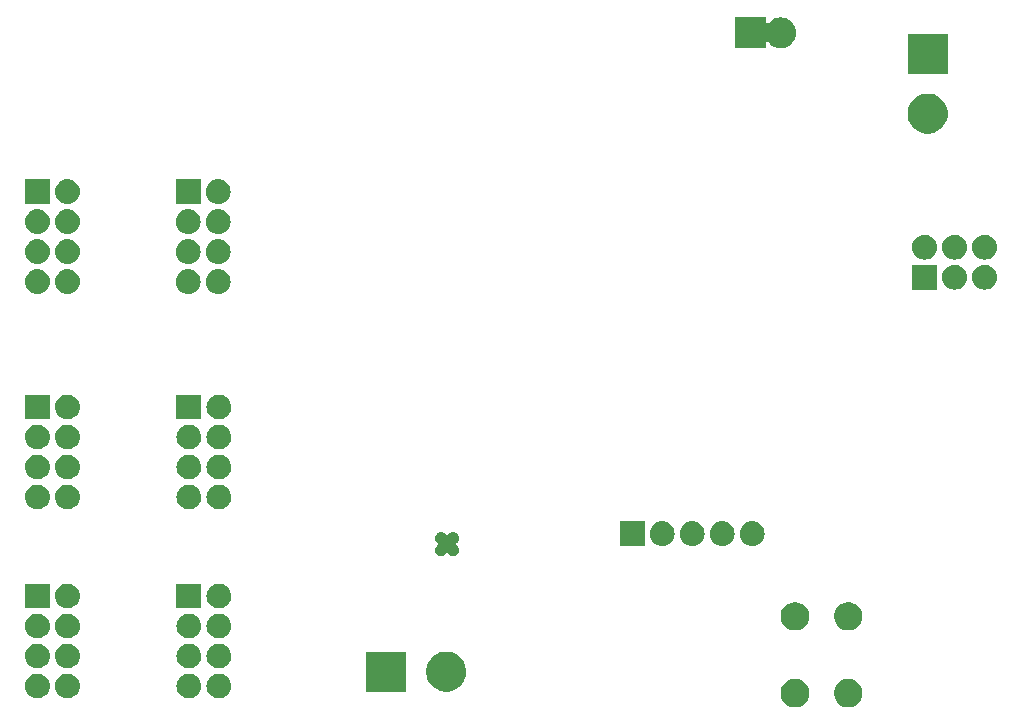
<source format=gbr>
G04 #@! TF.GenerationSoftware,KiCad,Pcbnew,(5.0.2)-1*
G04 #@! TF.CreationDate,2019-02-02T14:32:07-06:00*
G04 #@! TF.ProjectId,Motor test module,4d6f746f-7220-4746-9573-74206d6f6475,rev?*
G04 #@! TF.SameCoordinates,Original*
G04 #@! TF.FileFunction,Soldermask,Bot*
G04 #@! TF.FilePolarity,Negative*
%FSLAX46Y46*%
G04 Gerber Fmt 4.6, Leading zero omitted, Abs format (unit mm)*
G04 Created by KiCad (PCBNEW (5.0.2)-1) date 2/2/2019 2:32:07 PM*
%MOMM*%
%LPD*%
G01*
G04 APERTURE LIST*
%ADD10C,0.100000*%
G04 APERTURE END LIST*
D10*
G36*
X166593026Y-126504115D02*
X166811412Y-126594573D01*
X167007958Y-126725901D01*
X167175099Y-126893042D01*
X167306427Y-127089588D01*
X167396885Y-127307974D01*
X167443000Y-127539809D01*
X167443000Y-127776191D01*
X167396885Y-128008026D01*
X167306427Y-128226412D01*
X167175099Y-128422958D01*
X167007958Y-128590099D01*
X166811412Y-128721427D01*
X166593026Y-128811885D01*
X166361191Y-128858000D01*
X166124809Y-128858000D01*
X165892974Y-128811885D01*
X165674588Y-128721427D01*
X165478042Y-128590099D01*
X165310901Y-128422958D01*
X165179573Y-128226412D01*
X165089115Y-128008026D01*
X165043000Y-127776191D01*
X165043000Y-127539809D01*
X165089115Y-127307974D01*
X165179573Y-127089588D01*
X165310901Y-126893042D01*
X165478042Y-126725901D01*
X165674588Y-126594573D01*
X165892974Y-126504115D01*
X166124809Y-126458000D01*
X166361191Y-126458000D01*
X166593026Y-126504115D01*
X166593026Y-126504115D01*
G37*
G36*
X162093026Y-126504115D02*
X162311412Y-126594573D01*
X162507958Y-126725901D01*
X162675099Y-126893042D01*
X162806427Y-127089588D01*
X162896885Y-127307974D01*
X162943000Y-127539809D01*
X162943000Y-127776191D01*
X162896885Y-128008026D01*
X162806427Y-128226412D01*
X162675099Y-128422958D01*
X162507958Y-128590099D01*
X162311412Y-128721427D01*
X162093026Y-128811885D01*
X161861191Y-128858000D01*
X161624809Y-128858000D01*
X161392974Y-128811885D01*
X161174588Y-128721427D01*
X160978042Y-128590099D01*
X160810901Y-128422958D01*
X160679573Y-128226412D01*
X160589115Y-128008026D01*
X160543000Y-127776191D01*
X160543000Y-127539809D01*
X160589115Y-127307974D01*
X160679573Y-127089588D01*
X160810901Y-126893042D01*
X160978042Y-126725901D01*
X161174588Y-126594573D01*
X161392974Y-126504115D01*
X161624809Y-126458000D01*
X161861191Y-126458000D01*
X162093026Y-126504115D01*
X162093026Y-126504115D01*
G37*
G36*
X97728207Y-126021097D02*
X97805336Y-126028693D01*
X97937287Y-126068720D01*
X98003263Y-126088733D01*
X98185672Y-126186233D01*
X98345554Y-126317446D01*
X98476767Y-126477328D01*
X98574267Y-126659737D01*
X98574267Y-126659738D01*
X98634307Y-126857664D01*
X98654580Y-127063500D01*
X98634307Y-127269336D01*
X98622586Y-127307974D01*
X98574267Y-127467263D01*
X98476767Y-127649672D01*
X98345554Y-127809554D01*
X98185672Y-127940767D01*
X98003263Y-128038267D01*
X97937287Y-128058280D01*
X97805336Y-128098307D01*
X97728207Y-128105904D01*
X97651080Y-128113500D01*
X97547920Y-128113500D01*
X97470793Y-128105904D01*
X97393664Y-128098307D01*
X97261713Y-128058280D01*
X97195737Y-128038267D01*
X97013328Y-127940767D01*
X96853446Y-127809554D01*
X96722233Y-127649672D01*
X96624733Y-127467263D01*
X96576414Y-127307974D01*
X96564693Y-127269336D01*
X96544420Y-127063500D01*
X96564693Y-126857664D01*
X96624733Y-126659738D01*
X96624733Y-126659737D01*
X96722233Y-126477328D01*
X96853446Y-126317446D01*
X97013328Y-126186233D01*
X97195737Y-126088733D01*
X97261713Y-126068720D01*
X97393664Y-126028693D01*
X97470793Y-126021097D01*
X97547920Y-126013500D01*
X97651080Y-126013500D01*
X97728207Y-126021097D01*
X97728207Y-126021097D01*
G37*
G36*
X100268207Y-126021097D02*
X100345336Y-126028693D01*
X100477287Y-126068720D01*
X100543263Y-126088733D01*
X100725672Y-126186233D01*
X100885554Y-126317446D01*
X101016767Y-126477328D01*
X101114267Y-126659737D01*
X101114267Y-126659738D01*
X101174307Y-126857664D01*
X101194580Y-127063500D01*
X101174307Y-127269336D01*
X101162586Y-127307974D01*
X101114267Y-127467263D01*
X101016767Y-127649672D01*
X100885554Y-127809554D01*
X100725672Y-127940767D01*
X100543263Y-128038267D01*
X100477287Y-128058280D01*
X100345336Y-128098307D01*
X100268207Y-128105904D01*
X100191080Y-128113500D01*
X100087920Y-128113500D01*
X100010793Y-128105904D01*
X99933664Y-128098307D01*
X99801713Y-128058280D01*
X99735737Y-128038267D01*
X99553328Y-127940767D01*
X99393446Y-127809554D01*
X99262233Y-127649672D01*
X99164733Y-127467263D01*
X99116414Y-127307974D01*
X99104693Y-127269336D01*
X99084420Y-127063500D01*
X99104693Y-126857664D01*
X99164733Y-126659738D01*
X99164733Y-126659737D01*
X99262233Y-126477328D01*
X99393446Y-126317446D01*
X99553328Y-126186233D01*
X99735737Y-126088733D01*
X99801713Y-126068720D01*
X99933664Y-126028693D01*
X100010793Y-126021097D01*
X100087920Y-126013500D01*
X100191080Y-126013500D01*
X100268207Y-126021097D01*
X100268207Y-126021097D01*
G37*
G36*
X110555207Y-126021097D02*
X110632336Y-126028693D01*
X110764287Y-126068720D01*
X110830263Y-126088733D01*
X111012672Y-126186233D01*
X111172554Y-126317446D01*
X111303767Y-126477328D01*
X111401267Y-126659737D01*
X111401267Y-126659738D01*
X111461307Y-126857664D01*
X111481580Y-127063500D01*
X111461307Y-127269336D01*
X111449586Y-127307974D01*
X111401267Y-127467263D01*
X111303767Y-127649672D01*
X111172554Y-127809554D01*
X111012672Y-127940767D01*
X110830263Y-128038267D01*
X110764287Y-128058280D01*
X110632336Y-128098307D01*
X110555207Y-128105904D01*
X110478080Y-128113500D01*
X110374920Y-128113500D01*
X110297793Y-128105904D01*
X110220664Y-128098307D01*
X110088713Y-128058280D01*
X110022737Y-128038267D01*
X109840328Y-127940767D01*
X109680446Y-127809554D01*
X109549233Y-127649672D01*
X109451733Y-127467263D01*
X109403414Y-127307974D01*
X109391693Y-127269336D01*
X109371420Y-127063500D01*
X109391693Y-126857664D01*
X109451733Y-126659738D01*
X109451733Y-126659737D01*
X109549233Y-126477328D01*
X109680446Y-126317446D01*
X109840328Y-126186233D01*
X110022737Y-126088733D01*
X110088713Y-126068720D01*
X110220664Y-126028693D01*
X110297793Y-126021097D01*
X110374920Y-126013500D01*
X110478080Y-126013500D01*
X110555207Y-126021097D01*
X110555207Y-126021097D01*
G37*
G36*
X113095207Y-126021097D02*
X113172336Y-126028693D01*
X113304287Y-126068720D01*
X113370263Y-126088733D01*
X113552672Y-126186233D01*
X113712554Y-126317446D01*
X113843767Y-126477328D01*
X113941267Y-126659737D01*
X113941267Y-126659738D01*
X114001307Y-126857664D01*
X114021580Y-127063500D01*
X114001307Y-127269336D01*
X113989586Y-127307974D01*
X113941267Y-127467263D01*
X113843767Y-127649672D01*
X113712554Y-127809554D01*
X113552672Y-127940767D01*
X113370263Y-128038267D01*
X113304287Y-128058280D01*
X113172336Y-128098307D01*
X113095207Y-128105904D01*
X113018080Y-128113500D01*
X112914920Y-128113500D01*
X112837793Y-128105904D01*
X112760664Y-128098307D01*
X112628713Y-128058280D01*
X112562737Y-128038267D01*
X112380328Y-127940767D01*
X112220446Y-127809554D01*
X112089233Y-127649672D01*
X111991733Y-127467263D01*
X111943414Y-127307974D01*
X111931693Y-127269336D01*
X111911420Y-127063500D01*
X111931693Y-126857664D01*
X111991733Y-126659738D01*
X111991733Y-126659737D01*
X112089233Y-126477328D01*
X112220446Y-126317446D01*
X112380328Y-126186233D01*
X112562737Y-126088733D01*
X112628713Y-126068720D01*
X112760664Y-126028693D01*
X112837793Y-126021097D01*
X112914920Y-126013500D01*
X113018080Y-126013500D01*
X113095207Y-126021097D01*
X113095207Y-126021097D01*
G37*
G36*
X128827000Y-127557000D02*
X125427000Y-127557000D01*
X125427000Y-124157000D01*
X128827000Y-124157000D01*
X128827000Y-127557000D01*
X128827000Y-127557000D01*
G37*
G36*
X132593393Y-124200553D02*
X132702872Y-124222330D01*
X133012252Y-124350479D01*
X133290687Y-124536523D01*
X133527477Y-124773313D01*
X133713521Y-125051748D01*
X133841670Y-125361128D01*
X133841670Y-125361129D01*
X133907000Y-125689563D01*
X133907000Y-126024437D01*
X133863447Y-126243393D01*
X133841670Y-126352872D01*
X133713521Y-126662252D01*
X133527477Y-126940687D01*
X133290687Y-127177477D01*
X133012252Y-127363521D01*
X132702872Y-127491670D01*
X132593393Y-127513447D01*
X132374437Y-127557000D01*
X132039563Y-127557000D01*
X131820607Y-127513447D01*
X131711128Y-127491670D01*
X131401748Y-127363521D01*
X131123313Y-127177477D01*
X130886523Y-126940687D01*
X130700479Y-126662252D01*
X130572330Y-126352872D01*
X130550553Y-126243393D01*
X130507000Y-126024437D01*
X130507000Y-125689563D01*
X130572330Y-125361129D01*
X130572330Y-125361128D01*
X130700479Y-125051748D01*
X130886523Y-124773313D01*
X131123313Y-124536523D01*
X131401748Y-124350479D01*
X131711128Y-124222330D01*
X131820607Y-124200553D01*
X132039563Y-124157000D01*
X132374437Y-124157000D01*
X132593393Y-124200553D01*
X132593393Y-124200553D01*
G37*
G36*
X110555207Y-123481097D02*
X110632336Y-123488693D01*
X110764287Y-123528720D01*
X110830263Y-123548733D01*
X111012672Y-123646233D01*
X111172554Y-123777446D01*
X111303767Y-123937328D01*
X111401267Y-124119737D01*
X111401267Y-124119738D01*
X111461307Y-124317664D01*
X111481580Y-124523500D01*
X111461307Y-124729336D01*
X111421280Y-124861287D01*
X111401267Y-124927263D01*
X111303767Y-125109672D01*
X111172554Y-125269554D01*
X111012672Y-125400767D01*
X110830263Y-125498267D01*
X110764287Y-125518280D01*
X110632336Y-125558307D01*
X110555207Y-125565904D01*
X110478080Y-125573500D01*
X110374920Y-125573500D01*
X110297793Y-125565904D01*
X110220664Y-125558307D01*
X110088713Y-125518280D01*
X110022737Y-125498267D01*
X109840328Y-125400767D01*
X109680446Y-125269554D01*
X109549233Y-125109672D01*
X109451733Y-124927263D01*
X109431720Y-124861287D01*
X109391693Y-124729336D01*
X109371420Y-124523500D01*
X109391693Y-124317664D01*
X109451733Y-124119738D01*
X109451733Y-124119737D01*
X109549233Y-123937328D01*
X109680446Y-123777446D01*
X109840328Y-123646233D01*
X110022737Y-123548733D01*
X110088713Y-123528720D01*
X110220664Y-123488693D01*
X110297793Y-123481097D01*
X110374920Y-123473500D01*
X110478080Y-123473500D01*
X110555207Y-123481097D01*
X110555207Y-123481097D01*
G37*
G36*
X113095207Y-123481097D02*
X113172336Y-123488693D01*
X113304287Y-123528720D01*
X113370263Y-123548733D01*
X113552672Y-123646233D01*
X113712554Y-123777446D01*
X113843767Y-123937328D01*
X113941267Y-124119737D01*
X113941267Y-124119738D01*
X114001307Y-124317664D01*
X114021580Y-124523500D01*
X114001307Y-124729336D01*
X113961280Y-124861287D01*
X113941267Y-124927263D01*
X113843767Y-125109672D01*
X113712554Y-125269554D01*
X113552672Y-125400767D01*
X113370263Y-125498267D01*
X113304287Y-125518280D01*
X113172336Y-125558307D01*
X113095207Y-125565904D01*
X113018080Y-125573500D01*
X112914920Y-125573500D01*
X112837793Y-125565904D01*
X112760664Y-125558307D01*
X112628713Y-125518280D01*
X112562737Y-125498267D01*
X112380328Y-125400767D01*
X112220446Y-125269554D01*
X112089233Y-125109672D01*
X111991733Y-124927263D01*
X111971720Y-124861287D01*
X111931693Y-124729336D01*
X111911420Y-124523500D01*
X111931693Y-124317664D01*
X111991733Y-124119738D01*
X111991733Y-124119737D01*
X112089233Y-123937328D01*
X112220446Y-123777446D01*
X112380328Y-123646233D01*
X112562737Y-123548733D01*
X112628713Y-123528720D01*
X112760664Y-123488693D01*
X112837793Y-123481097D01*
X112914920Y-123473500D01*
X113018080Y-123473500D01*
X113095207Y-123481097D01*
X113095207Y-123481097D01*
G37*
G36*
X97728207Y-123481097D02*
X97805336Y-123488693D01*
X97937287Y-123528720D01*
X98003263Y-123548733D01*
X98185672Y-123646233D01*
X98345554Y-123777446D01*
X98476767Y-123937328D01*
X98574267Y-124119737D01*
X98574267Y-124119738D01*
X98634307Y-124317664D01*
X98654580Y-124523500D01*
X98634307Y-124729336D01*
X98594280Y-124861287D01*
X98574267Y-124927263D01*
X98476767Y-125109672D01*
X98345554Y-125269554D01*
X98185672Y-125400767D01*
X98003263Y-125498267D01*
X97937287Y-125518280D01*
X97805336Y-125558307D01*
X97728207Y-125565904D01*
X97651080Y-125573500D01*
X97547920Y-125573500D01*
X97470793Y-125565904D01*
X97393664Y-125558307D01*
X97261713Y-125518280D01*
X97195737Y-125498267D01*
X97013328Y-125400767D01*
X96853446Y-125269554D01*
X96722233Y-125109672D01*
X96624733Y-124927263D01*
X96604720Y-124861287D01*
X96564693Y-124729336D01*
X96544420Y-124523500D01*
X96564693Y-124317664D01*
X96624733Y-124119738D01*
X96624733Y-124119737D01*
X96722233Y-123937328D01*
X96853446Y-123777446D01*
X97013328Y-123646233D01*
X97195737Y-123548733D01*
X97261713Y-123528720D01*
X97393664Y-123488693D01*
X97470793Y-123481097D01*
X97547920Y-123473500D01*
X97651080Y-123473500D01*
X97728207Y-123481097D01*
X97728207Y-123481097D01*
G37*
G36*
X100268207Y-123481097D02*
X100345336Y-123488693D01*
X100477287Y-123528720D01*
X100543263Y-123548733D01*
X100725672Y-123646233D01*
X100885554Y-123777446D01*
X101016767Y-123937328D01*
X101114267Y-124119737D01*
X101114267Y-124119738D01*
X101174307Y-124317664D01*
X101194580Y-124523500D01*
X101174307Y-124729336D01*
X101134280Y-124861287D01*
X101114267Y-124927263D01*
X101016767Y-125109672D01*
X100885554Y-125269554D01*
X100725672Y-125400767D01*
X100543263Y-125498267D01*
X100477287Y-125518280D01*
X100345336Y-125558307D01*
X100268207Y-125565904D01*
X100191080Y-125573500D01*
X100087920Y-125573500D01*
X100010793Y-125565904D01*
X99933664Y-125558307D01*
X99801713Y-125518280D01*
X99735737Y-125498267D01*
X99553328Y-125400767D01*
X99393446Y-125269554D01*
X99262233Y-125109672D01*
X99164733Y-124927263D01*
X99144720Y-124861287D01*
X99104693Y-124729336D01*
X99084420Y-124523500D01*
X99104693Y-124317664D01*
X99164733Y-124119738D01*
X99164733Y-124119737D01*
X99262233Y-123937328D01*
X99393446Y-123777446D01*
X99553328Y-123646233D01*
X99735737Y-123548733D01*
X99801713Y-123528720D01*
X99933664Y-123488693D01*
X100010793Y-123481097D01*
X100087920Y-123473500D01*
X100191080Y-123473500D01*
X100268207Y-123481097D01*
X100268207Y-123481097D01*
G37*
G36*
X110555207Y-120941096D02*
X110632336Y-120948693D01*
X110764287Y-120988720D01*
X110830263Y-121008733D01*
X111012672Y-121106233D01*
X111172554Y-121237446D01*
X111303767Y-121397328D01*
X111401267Y-121579737D01*
X111401267Y-121579738D01*
X111461307Y-121777664D01*
X111481580Y-121983500D01*
X111461307Y-122189336D01*
X111451572Y-122221427D01*
X111401267Y-122387263D01*
X111303767Y-122569672D01*
X111172554Y-122729554D01*
X111012672Y-122860767D01*
X110830263Y-122958267D01*
X110764287Y-122978280D01*
X110632336Y-123018307D01*
X110555207Y-123025904D01*
X110478080Y-123033500D01*
X110374920Y-123033500D01*
X110297793Y-123025904D01*
X110220664Y-123018307D01*
X110088713Y-122978280D01*
X110022737Y-122958267D01*
X109840328Y-122860767D01*
X109680446Y-122729554D01*
X109549233Y-122569672D01*
X109451733Y-122387263D01*
X109401428Y-122221427D01*
X109391693Y-122189336D01*
X109371420Y-121983500D01*
X109391693Y-121777664D01*
X109451733Y-121579738D01*
X109451733Y-121579737D01*
X109549233Y-121397328D01*
X109680446Y-121237446D01*
X109840328Y-121106233D01*
X110022737Y-121008733D01*
X110088713Y-120988720D01*
X110220664Y-120948693D01*
X110297793Y-120941096D01*
X110374920Y-120933500D01*
X110478080Y-120933500D01*
X110555207Y-120941096D01*
X110555207Y-120941096D01*
G37*
G36*
X100268207Y-120941096D02*
X100345336Y-120948693D01*
X100477287Y-120988720D01*
X100543263Y-121008733D01*
X100725672Y-121106233D01*
X100885554Y-121237446D01*
X101016767Y-121397328D01*
X101114267Y-121579737D01*
X101114267Y-121579738D01*
X101174307Y-121777664D01*
X101194580Y-121983500D01*
X101174307Y-122189336D01*
X101164572Y-122221427D01*
X101114267Y-122387263D01*
X101016767Y-122569672D01*
X100885554Y-122729554D01*
X100725672Y-122860767D01*
X100543263Y-122958267D01*
X100477287Y-122978280D01*
X100345336Y-123018307D01*
X100268207Y-123025904D01*
X100191080Y-123033500D01*
X100087920Y-123033500D01*
X100010793Y-123025904D01*
X99933664Y-123018307D01*
X99801713Y-122978280D01*
X99735737Y-122958267D01*
X99553328Y-122860767D01*
X99393446Y-122729554D01*
X99262233Y-122569672D01*
X99164733Y-122387263D01*
X99114428Y-122221427D01*
X99104693Y-122189336D01*
X99084420Y-121983500D01*
X99104693Y-121777664D01*
X99164733Y-121579738D01*
X99164733Y-121579737D01*
X99262233Y-121397328D01*
X99393446Y-121237446D01*
X99553328Y-121106233D01*
X99735737Y-121008733D01*
X99801713Y-120988720D01*
X99933664Y-120948693D01*
X100010793Y-120941096D01*
X100087920Y-120933500D01*
X100191080Y-120933500D01*
X100268207Y-120941096D01*
X100268207Y-120941096D01*
G37*
G36*
X113095207Y-120941096D02*
X113172336Y-120948693D01*
X113304287Y-120988720D01*
X113370263Y-121008733D01*
X113552672Y-121106233D01*
X113712554Y-121237446D01*
X113843767Y-121397328D01*
X113941267Y-121579737D01*
X113941267Y-121579738D01*
X114001307Y-121777664D01*
X114021580Y-121983500D01*
X114001307Y-122189336D01*
X113991572Y-122221427D01*
X113941267Y-122387263D01*
X113843767Y-122569672D01*
X113712554Y-122729554D01*
X113552672Y-122860767D01*
X113370263Y-122958267D01*
X113304287Y-122978280D01*
X113172336Y-123018307D01*
X113095207Y-123025904D01*
X113018080Y-123033500D01*
X112914920Y-123033500D01*
X112837793Y-123025904D01*
X112760664Y-123018307D01*
X112628713Y-122978280D01*
X112562737Y-122958267D01*
X112380328Y-122860767D01*
X112220446Y-122729554D01*
X112089233Y-122569672D01*
X111991733Y-122387263D01*
X111941428Y-122221427D01*
X111931693Y-122189336D01*
X111911420Y-121983500D01*
X111931693Y-121777664D01*
X111991733Y-121579738D01*
X111991733Y-121579737D01*
X112089233Y-121397328D01*
X112220446Y-121237446D01*
X112380328Y-121106233D01*
X112562737Y-121008733D01*
X112628713Y-120988720D01*
X112760664Y-120948693D01*
X112837793Y-120941096D01*
X112914920Y-120933500D01*
X113018080Y-120933500D01*
X113095207Y-120941096D01*
X113095207Y-120941096D01*
G37*
G36*
X97728207Y-120941096D02*
X97805336Y-120948693D01*
X97937287Y-120988720D01*
X98003263Y-121008733D01*
X98185672Y-121106233D01*
X98345554Y-121237446D01*
X98476767Y-121397328D01*
X98574267Y-121579737D01*
X98574267Y-121579738D01*
X98634307Y-121777664D01*
X98654580Y-121983500D01*
X98634307Y-122189336D01*
X98624572Y-122221427D01*
X98574267Y-122387263D01*
X98476767Y-122569672D01*
X98345554Y-122729554D01*
X98185672Y-122860767D01*
X98003263Y-122958267D01*
X97937287Y-122978280D01*
X97805336Y-123018307D01*
X97728207Y-123025904D01*
X97651080Y-123033500D01*
X97547920Y-123033500D01*
X97470793Y-123025904D01*
X97393664Y-123018307D01*
X97261713Y-122978280D01*
X97195737Y-122958267D01*
X97013328Y-122860767D01*
X96853446Y-122729554D01*
X96722233Y-122569672D01*
X96624733Y-122387263D01*
X96574428Y-122221427D01*
X96564693Y-122189336D01*
X96544420Y-121983500D01*
X96564693Y-121777664D01*
X96624733Y-121579738D01*
X96624733Y-121579737D01*
X96722233Y-121397328D01*
X96853446Y-121237446D01*
X97013328Y-121106233D01*
X97195737Y-121008733D01*
X97261713Y-120988720D01*
X97393664Y-120948693D01*
X97470793Y-120941096D01*
X97547920Y-120933500D01*
X97651080Y-120933500D01*
X97728207Y-120941096D01*
X97728207Y-120941096D01*
G37*
G36*
X162093026Y-120004115D02*
X162311412Y-120094573D01*
X162507958Y-120225901D01*
X162675099Y-120393042D01*
X162806427Y-120589588D01*
X162896885Y-120807974D01*
X162943000Y-121039809D01*
X162943000Y-121276191D01*
X162896885Y-121508026D01*
X162806427Y-121726412D01*
X162675099Y-121922958D01*
X162507958Y-122090099D01*
X162311412Y-122221427D01*
X162093026Y-122311885D01*
X161861191Y-122358000D01*
X161624809Y-122358000D01*
X161392974Y-122311885D01*
X161174588Y-122221427D01*
X160978042Y-122090099D01*
X160810901Y-121922958D01*
X160679573Y-121726412D01*
X160589115Y-121508026D01*
X160543000Y-121276191D01*
X160543000Y-121039809D01*
X160589115Y-120807974D01*
X160679573Y-120589588D01*
X160810901Y-120393042D01*
X160978042Y-120225901D01*
X161174588Y-120094573D01*
X161392974Y-120004115D01*
X161624809Y-119958000D01*
X161861191Y-119958000D01*
X162093026Y-120004115D01*
X162093026Y-120004115D01*
G37*
G36*
X166593026Y-120004115D02*
X166811412Y-120094573D01*
X167007958Y-120225901D01*
X167175099Y-120393042D01*
X167306427Y-120589588D01*
X167396885Y-120807974D01*
X167443000Y-121039809D01*
X167443000Y-121276191D01*
X167396885Y-121508026D01*
X167306427Y-121726412D01*
X167175099Y-121922958D01*
X167007958Y-122090099D01*
X166811412Y-122221427D01*
X166593026Y-122311885D01*
X166361191Y-122358000D01*
X166124809Y-122358000D01*
X165892974Y-122311885D01*
X165674588Y-122221427D01*
X165478042Y-122090099D01*
X165310901Y-121922958D01*
X165179573Y-121726412D01*
X165089115Y-121508026D01*
X165043000Y-121276191D01*
X165043000Y-121039809D01*
X165089115Y-120807974D01*
X165179573Y-120589588D01*
X165310901Y-120393042D01*
X165478042Y-120225901D01*
X165674588Y-120094573D01*
X165892974Y-120004115D01*
X166124809Y-119958000D01*
X166361191Y-119958000D01*
X166593026Y-120004115D01*
X166593026Y-120004115D01*
G37*
G36*
X100268207Y-118401097D02*
X100345336Y-118408693D01*
X100477287Y-118448720D01*
X100543263Y-118468733D01*
X100725672Y-118566233D01*
X100885554Y-118697446D01*
X101016767Y-118857328D01*
X101114267Y-119039737D01*
X101114267Y-119039738D01*
X101174307Y-119237664D01*
X101194580Y-119443500D01*
X101174307Y-119649336D01*
X101134280Y-119781287D01*
X101114267Y-119847263D01*
X101016767Y-120029672D01*
X100885554Y-120189554D01*
X100725672Y-120320767D01*
X100543263Y-120418267D01*
X100477287Y-120438280D01*
X100345336Y-120478307D01*
X100268207Y-120485904D01*
X100191080Y-120493500D01*
X100087920Y-120493500D01*
X100010793Y-120485904D01*
X99933664Y-120478307D01*
X99801713Y-120438280D01*
X99735737Y-120418267D01*
X99553328Y-120320767D01*
X99393446Y-120189554D01*
X99262233Y-120029672D01*
X99164733Y-119847263D01*
X99144720Y-119781287D01*
X99104693Y-119649336D01*
X99084420Y-119443500D01*
X99104693Y-119237664D01*
X99164733Y-119039738D01*
X99164733Y-119039737D01*
X99262233Y-118857328D01*
X99393446Y-118697446D01*
X99553328Y-118566233D01*
X99735737Y-118468733D01*
X99801713Y-118448720D01*
X99933664Y-118408693D01*
X100010793Y-118401097D01*
X100087920Y-118393500D01*
X100191080Y-118393500D01*
X100268207Y-118401097D01*
X100268207Y-118401097D01*
G37*
G36*
X111476500Y-120493500D02*
X109376500Y-120493500D01*
X109376500Y-118393500D01*
X111476500Y-118393500D01*
X111476500Y-120493500D01*
X111476500Y-120493500D01*
G37*
G36*
X98649500Y-120493500D02*
X96549500Y-120493500D01*
X96549500Y-118393500D01*
X98649500Y-118393500D01*
X98649500Y-120493500D01*
X98649500Y-120493500D01*
G37*
G36*
X113095207Y-118401097D02*
X113172336Y-118408693D01*
X113304287Y-118448720D01*
X113370263Y-118468733D01*
X113552672Y-118566233D01*
X113712554Y-118697446D01*
X113843767Y-118857328D01*
X113941267Y-119039737D01*
X113941267Y-119039738D01*
X114001307Y-119237664D01*
X114021580Y-119443500D01*
X114001307Y-119649336D01*
X113961280Y-119781287D01*
X113941267Y-119847263D01*
X113843767Y-120029672D01*
X113712554Y-120189554D01*
X113552672Y-120320767D01*
X113370263Y-120418267D01*
X113304287Y-120438280D01*
X113172336Y-120478307D01*
X113095207Y-120485904D01*
X113018080Y-120493500D01*
X112914920Y-120493500D01*
X112837793Y-120485904D01*
X112760664Y-120478307D01*
X112628713Y-120438280D01*
X112562737Y-120418267D01*
X112380328Y-120320767D01*
X112220446Y-120189554D01*
X112089233Y-120029672D01*
X111991733Y-119847263D01*
X111971720Y-119781287D01*
X111931693Y-119649336D01*
X111911420Y-119443500D01*
X111931693Y-119237664D01*
X111991733Y-119039738D01*
X111991733Y-119039737D01*
X112089233Y-118857328D01*
X112220446Y-118697446D01*
X112380328Y-118566233D01*
X112562737Y-118468733D01*
X112628713Y-118448720D01*
X112760664Y-118408693D01*
X112837793Y-118401097D01*
X112914920Y-118393500D01*
X113018080Y-118393500D01*
X113095207Y-118401097D01*
X113095207Y-118401097D01*
G37*
G36*
X131930845Y-114065215D02*
X132021839Y-114102906D01*
X132102640Y-114156896D01*
X132103734Y-114157627D01*
X132173375Y-114227268D01*
X132181067Y-114238780D01*
X132196612Y-114257722D01*
X132215554Y-114273267D01*
X132237165Y-114284818D01*
X132260614Y-114291931D01*
X132285000Y-114294333D01*
X132309387Y-114291931D01*
X132332836Y-114284818D01*
X132354447Y-114273266D01*
X132373389Y-114257721D01*
X132388933Y-114238780D01*
X132396625Y-114227268D01*
X132466266Y-114157627D01*
X132467360Y-114156896D01*
X132548161Y-114102906D01*
X132639155Y-114065215D01*
X132735754Y-114046000D01*
X132834246Y-114046000D01*
X132930845Y-114065215D01*
X133021839Y-114102906D01*
X133102640Y-114156896D01*
X133103734Y-114157627D01*
X133173373Y-114227266D01*
X133173374Y-114227268D01*
X133173375Y-114227269D01*
X133204110Y-114273266D01*
X133228095Y-114309163D01*
X133265785Y-114400155D01*
X133285000Y-114496755D01*
X133285000Y-114595245D01*
X133265785Y-114691845D01*
X133228095Y-114782837D01*
X133173373Y-114864734D01*
X133103732Y-114934375D01*
X133092220Y-114942067D01*
X133073278Y-114957612D01*
X133057733Y-114976554D01*
X133046182Y-114998165D01*
X133039069Y-115021614D01*
X133036667Y-115046000D01*
X133039069Y-115070387D01*
X133046182Y-115093836D01*
X133057734Y-115115447D01*
X133073279Y-115134389D01*
X133092220Y-115149933D01*
X133103732Y-115157625D01*
X133173373Y-115227266D01*
X133173375Y-115227269D01*
X133228094Y-115309161D01*
X133265785Y-115400155D01*
X133285000Y-115496754D01*
X133285000Y-115595246D01*
X133265785Y-115691845D01*
X133228094Y-115782839D01*
X133181066Y-115853220D01*
X133173373Y-115864734D01*
X133103734Y-115934373D01*
X133103731Y-115934375D01*
X133021839Y-115989094D01*
X132930845Y-116026785D01*
X132834246Y-116046000D01*
X132735754Y-116046000D01*
X132639155Y-116026785D01*
X132548161Y-115989094D01*
X132466269Y-115934375D01*
X132466266Y-115934373D01*
X132396625Y-115864732D01*
X132388933Y-115853220D01*
X132373388Y-115834278D01*
X132354446Y-115818733D01*
X132332835Y-115807182D01*
X132309386Y-115800069D01*
X132285000Y-115797667D01*
X132260613Y-115800069D01*
X132237164Y-115807182D01*
X132215553Y-115818734D01*
X132196611Y-115834279D01*
X132181067Y-115853220D01*
X132173375Y-115864732D01*
X132103734Y-115934373D01*
X132103731Y-115934375D01*
X132021839Y-115989094D01*
X131930845Y-116026785D01*
X131834246Y-116046000D01*
X131735754Y-116046000D01*
X131639155Y-116026785D01*
X131548161Y-115989094D01*
X131466269Y-115934375D01*
X131466266Y-115934373D01*
X131396627Y-115864734D01*
X131388934Y-115853220D01*
X131341906Y-115782839D01*
X131304215Y-115691845D01*
X131285000Y-115595246D01*
X131285000Y-115496754D01*
X131304215Y-115400155D01*
X131341906Y-115309161D01*
X131396625Y-115227269D01*
X131396627Y-115227266D01*
X131466268Y-115157625D01*
X131477780Y-115149933D01*
X131496722Y-115134388D01*
X131512267Y-115115446D01*
X131523818Y-115093835D01*
X131530931Y-115070386D01*
X131533333Y-115046000D01*
X131530931Y-115021613D01*
X131523818Y-114998164D01*
X131512266Y-114976553D01*
X131496721Y-114957611D01*
X131477780Y-114942067D01*
X131466268Y-114934375D01*
X131396627Y-114864734D01*
X131341905Y-114782837D01*
X131304215Y-114691845D01*
X131285000Y-114595245D01*
X131285000Y-114496755D01*
X131304215Y-114400155D01*
X131341905Y-114309163D01*
X131365891Y-114273266D01*
X131396625Y-114227269D01*
X131396626Y-114227268D01*
X131396627Y-114227266D01*
X131466266Y-114157627D01*
X131467360Y-114156896D01*
X131548161Y-114102906D01*
X131639155Y-114065215D01*
X131735754Y-114046000D01*
X131834246Y-114046000D01*
X131930845Y-114065215D01*
X131930845Y-114065215D01*
G37*
G36*
X155703707Y-113130596D02*
X155780836Y-113138193D01*
X155912787Y-113178220D01*
X155978763Y-113198233D01*
X156161172Y-113295733D01*
X156321054Y-113426946D01*
X156452267Y-113586828D01*
X156549767Y-113769237D01*
X156549767Y-113769238D01*
X156609807Y-113967164D01*
X156630080Y-114173000D01*
X156609807Y-114378836D01*
X156574037Y-114496754D01*
X156549767Y-114576763D01*
X156452267Y-114759172D01*
X156321054Y-114919054D01*
X156161172Y-115050267D01*
X155978763Y-115147767D01*
X155912787Y-115167780D01*
X155780836Y-115207807D01*
X155703707Y-115215403D01*
X155626580Y-115223000D01*
X155523420Y-115223000D01*
X155446293Y-115215403D01*
X155369164Y-115207807D01*
X155237213Y-115167780D01*
X155171237Y-115147767D01*
X154988828Y-115050267D01*
X154828946Y-114919054D01*
X154697733Y-114759172D01*
X154600233Y-114576763D01*
X154575963Y-114496754D01*
X154540193Y-114378836D01*
X154519920Y-114173000D01*
X154540193Y-113967164D01*
X154600233Y-113769238D01*
X154600233Y-113769237D01*
X154697733Y-113586828D01*
X154828946Y-113426946D01*
X154988828Y-113295733D01*
X155171237Y-113198233D01*
X155237213Y-113178220D01*
X155369164Y-113138193D01*
X155446293Y-113130596D01*
X155523420Y-113123000D01*
X155626580Y-113123000D01*
X155703707Y-113130596D01*
X155703707Y-113130596D01*
G37*
G36*
X149005000Y-115223000D02*
X146905000Y-115223000D01*
X146905000Y-113123000D01*
X149005000Y-113123000D01*
X149005000Y-115223000D01*
X149005000Y-115223000D01*
G37*
G36*
X150623707Y-113130596D02*
X150700836Y-113138193D01*
X150832787Y-113178220D01*
X150898763Y-113198233D01*
X151081172Y-113295733D01*
X151241054Y-113426946D01*
X151372267Y-113586828D01*
X151469767Y-113769237D01*
X151469767Y-113769238D01*
X151529807Y-113967164D01*
X151550080Y-114173000D01*
X151529807Y-114378836D01*
X151494037Y-114496754D01*
X151469767Y-114576763D01*
X151372267Y-114759172D01*
X151241054Y-114919054D01*
X151081172Y-115050267D01*
X150898763Y-115147767D01*
X150832787Y-115167780D01*
X150700836Y-115207807D01*
X150623707Y-115215403D01*
X150546580Y-115223000D01*
X150443420Y-115223000D01*
X150366293Y-115215403D01*
X150289164Y-115207807D01*
X150157213Y-115167780D01*
X150091237Y-115147767D01*
X149908828Y-115050267D01*
X149748946Y-114919054D01*
X149617733Y-114759172D01*
X149520233Y-114576763D01*
X149495963Y-114496754D01*
X149460193Y-114378836D01*
X149439920Y-114173000D01*
X149460193Y-113967164D01*
X149520233Y-113769238D01*
X149520233Y-113769237D01*
X149617733Y-113586828D01*
X149748946Y-113426946D01*
X149908828Y-113295733D01*
X150091237Y-113198233D01*
X150157213Y-113178220D01*
X150289164Y-113138193D01*
X150366293Y-113130596D01*
X150443420Y-113123000D01*
X150546580Y-113123000D01*
X150623707Y-113130596D01*
X150623707Y-113130596D01*
G37*
G36*
X153163707Y-113130596D02*
X153240836Y-113138193D01*
X153372787Y-113178220D01*
X153438763Y-113198233D01*
X153621172Y-113295733D01*
X153781054Y-113426946D01*
X153912267Y-113586828D01*
X154009767Y-113769237D01*
X154009767Y-113769238D01*
X154069807Y-113967164D01*
X154090080Y-114173000D01*
X154069807Y-114378836D01*
X154034037Y-114496754D01*
X154009767Y-114576763D01*
X153912267Y-114759172D01*
X153781054Y-114919054D01*
X153621172Y-115050267D01*
X153438763Y-115147767D01*
X153372787Y-115167780D01*
X153240836Y-115207807D01*
X153163707Y-115215403D01*
X153086580Y-115223000D01*
X152983420Y-115223000D01*
X152906293Y-115215403D01*
X152829164Y-115207807D01*
X152697213Y-115167780D01*
X152631237Y-115147767D01*
X152448828Y-115050267D01*
X152288946Y-114919054D01*
X152157733Y-114759172D01*
X152060233Y-114576763D01*
X152035963Y-114496754D01*
X152000193Y-114378836D01*
X151979920Y-114173000D01*
X152000193Y-113967164D01*
X152060233Y-113769238D01*
X152060233Y-113769237D01*
X152157733Y-113586828D01*
X152288946Y-113426946D01*
X152448828Y-113295733D01*
X152631237Y-113198233D01*
X152697213Y-113178220D01*
X152829164Y-113138193D01*
X152906293Y-113130596D01*
X152983420Y-113123000D01*
X153086580Y-113123000D01*
X153163707Y-113130596D01*
X153163707Y-113130596D01*
G37*
G36*
X158243707Y-113130596D02*
X158320836Y-113138193D01*
X158452787Y-113178220D01*
X158518763Y-113198233D01*
X158701172Y-113295733D01*
X158861054Y-113426946D01*
X158992267Y-113586828D01*
X159089767Y-113769237D01*
X159089767Y-113769238D01*
X159149807Y-113967164D01*
X159170080Y-114173000D01*
X159149807Y-114378836D01*
X159114037Y-114496754D01*
X159089767Y-114576763D01*
X158992267Y-114759172D01*
X158861054Y-114919054D01*
X158701172Y-115050267D01*
X158518763Y-115147767D01*
X158452787Y-115167780D01*
X158320836Y-115207807D01*
X158243707Y-115215403D01*
X158166580Y-115223000D01*
X158063420Y-115223000D01*
X157986293Y-115215403D01*
X157909164Y-115207807D01*
X157777213Y-115167780D01*
X157711237Y-115147767D01*
X157528828Y-115050267D01*
X157368946Y-114919054D01*
X157237733Y-114759172D01*
X157140233Y-114576763D01*
X157115963Y-114496754D01*
X157080193Y-114378836D01*
X157059920Y-114173000D01*
X157080193Y-113967164D01*
X157140233Y-113769238D01*
X157140233Y-113769237D01*
X157237733Y-113586828D01*
X157368946Y-113426946D01*
X157528828Y-113295733D01*
X157711237Y-113198233D01*
X157777213Y-113178220D01*
X157909164Y-113138193D01*
X157986293Y-113130596D01*
X158063420Y-113123000D01*
X158166580Y-113123000D01*
X158243707Y-113130596D01*
X158243707Y-113130596D01*
G37*
G36*
X113095207Y-110019096D02*
X113172336Y-110026693D01*
X113304287Y-110066720D01*
X113370263Y-110086733D01*
X113552672Y-110184233D01*
X113712554Y-110315446D01*
X113843767Y-110475328D01*
X113941267Y-110657737D01*
X113941267Y-110657738D01*
X114001307Y-110855664D01*
X114021580Y-111061500D01*
X114001307Y-111267336D01*
X113961280Y-111399287D01*
X113941267Y-111465263D01*
X113843767Y-111647672D01*
X113712554Y-111807554D01*
X113552672Y-111938767D01*
X113370263Y-112036267D01*
X113304287Y-112056280D01*
X113172336Y-112096307D01*
X113095207Y-112103903D01*
X113018080Y-112111500D01*
X112914920Y-112111500D01*
X112837793Y-112103903D01*
X112760664Y-112096307D01*
X112628713Y-112056280D01*
X112562737Y-112036267D01*
X112380328Y-111938767D01*
X112220446Y-111807554D01*
X112089233Y-111647672D01*
X111991733Y-111465263D01*
X111971720Y-111399287D01*
X111931693Y-111267336D01*
X111911420Y-111061500D01*
X111931693Y-110855664D01*
X111991733Y-110657738D01*
X111991733Y-110657737D01*
X112089233Y-110475328D01*
X112220446Y-110315446D01*
X112380328Y-110184233D01*
X112562737Y-110086733D01*
X112628713Y-110066720D01*
X112760664Y-110026693D01*
X112837793Y-110019096D01*
X112914920Y-110011500D01*
X113018080Y-110011500D01*
X113095207Y-110019096D01*
X113095207Y-110019096D01*
G37*
G36*
X100268207Y-110019096D02*
X100345336Y-110026693D01*
X100477287Y-110066720D01*
X100543263Y-110086733D01*
X100725672Y-110184233D01*
X100885554Y-110315446D01*
X101016767Y-110475328D01*
X101114267Y-110657737D01*
X101114267Y-110657738D01*
X101174307Y-110855664D01*
X101194580Y-111061500D01*
X101174307Y-111267336D01*
X101134280Y-111399287D01*
X101114267Y-111465263D01*
X101016767Y-111647672D01*
X100885554Y-111807554D01*
X100725672Y-111938767D01*
X100543263Y-112036267D01*
X100477287Y-112056280D01*
X100345336Y-112096307D01*
X100268207Y-112103903D01*
X100191080Y-112111500D01*
X100087920Y-112111500D01*
X100010793Y-112103903D01*
X99933664Y-112096307D01*
X99801713Y-112056280D01*
X99735737Y-112036267D01*
X99553328Y-111938767D01*
X99393446Y-111807554D01*
X99262233Y-111647672D01*
X99164733Y-111465263D01*
X99144720Y-111399287D01*
X99104693Y-111267336D01*
X99084420Y-111061500D01*
X99104693Y-110855664D01*
X99164733Y-110657738D01*
X99164733Y-110657737D01*
X99262233Y-110475328D01*
X99393446Y-110315446D01*
X99553328Y-110184233D01*
X99735737Y-110086733D01*
X99801713Y-110066720D01*
X99933664Y-110026693D01*
X100010793Y-110019096D01*
X100087920Y-110011500D01*
X100191080Y-110011500D01*
X100268207Y-110019096D01*
X100268207Y-110019096D01*
G37*
G36*
X110555207Y-110019096D02*
X110632336Y-110026693D01*
X110764287Y-110066720D01*
X110830263Y-110086733D01*
X111012672Y-110184233D01*
X111172554Y-110315446D01*
X111303767Y-110475328D01*
X111401267Y-110657737D01*
X111401267Y-110657738D01*
X111461307Y-110855664D01*
X111481580Y-111061500D01*
X111461307Y-111267336D01*
X111421280Y-111399287D01*
X111401267Y-111465263D01*
X111303767Y-111647672D01*
X111172554Y-111807554D01*
X111012672Y-111938767D01*
X110830263Y-112036267D01*
X110764287Y-112056280D01*
X110632336Y-112096307D01*
X110555207Y-112103903D01*
X110478080Y-112111500D01*
X110374920Y-112111500D01*
X110297793Y-112103903D01*
X110220664Y-112096307D01*
X110088713Y-112056280D01*
X110022737Y-112036267D01*
X109840328Y-111938767D01*
X109680446Y-111807554D01*
X109549233Y-111647672D01*
X109451733Y-111465263D01*
X109431720Y-111399287D01*
X109391693Y-111267336D01*
X109371420Y-111061500D01*
X109391693Y-110855664D01*
X109451733Y-110657738D01*
X109451733Y-110657737D01*
X109549233Y-110475328D01*
X109680446Y-110315446D01*
X109840328Y-110184233D01*
X110022737Y-110086733D01*
X110088713Y-110066720D01*
X110220664Y-110026693D01*
X110297793Y-110019096D01*
X110374920Y-110011500D01*
X110478080Y-110011500D01*
X110555207Y-110019096D01*
X110555207Y-110019096D01*
G37*
G36*
X97728207Y-110019096D02*
X97805336Y-110026693D01*
X97937287Y-110066720D01*
X98003263Y-110086733D01*
X98185672Y-110184233D01*
X98345554Y-110315446D01*
X98476767Y-110475328D01*
X98574267Y-110657737D01*
X98574267Y-110657738D01*
X98634307Y-110855664D01*
X98654580Y-111061500D01*
X98634307Y-111267336D01*
X98594280Y-111399287D01*
X98574267Y-111465263D01*
X98476767Y-111647672D01*
X98345554Y-111807554D01*
X98185672Y-111938767D01*
X98003263Y-112036267D01*
X97937287Y-112056280D01*
X97805336Y-112096307D01*
X97728207Y-112103903D01*
X97651080Y-112111500D01*
X97547920Y-112111500D01*
X97470793Y-112103903D01*
X97393664Y-112096307D01*
X97261713Y-112056280D01*
X97195737Y-112036267D01*
X97013328Y-111938767D01*
X96853446Y-111807554D01*
X96722233Y-111647672D01*
X96624733Y-111465263D01*
X96604720Y-111399287D01*
X96564693Y-111267336D01*
X96544420Y-111061500D01*
X96564693Y-110855664D01*
X96624733Y-110657738D01*
X96624733Y-110657737D01*
X96722233Y-110475328D01*
X96853446Y-110315446D01*
X97013328Y-110184233D01*
X97195737Y-110086733D01*
X97261713Y-110066720D01*
X97393664Y-110026693D01*
X97470793Y-110019096D01*
X97547920Y-110011500D01*
X97651080Y-110011500D01*
X97728207Y-110019096D01*
X97728207Y-110019096D01*
G37*
G36*
X100268207Y-107479097D02*
X100345336Y-107486693D01*
X100477287Y-107526720D01*
X100543263Y-107546733D01*
X100725672Y-107644233D01*
X100885554Y-107775446D01*
X101016767Y-107935328D01*
X101114267Y-108117737D01*
X101114267Y-108117738D01*
X101174307Y-108315664D01*
X101194580Y-108521500D01*
X101174307Y-108727336D01*
X101134280Y-108859287D01*
X101114267Y-108925263D01*
X101016767Y-109107672D01*
X100885554Y-109267554D01*
X100725672Y-109398767D01*
X100543263Y-109496267D01*
X100477287Y-109516280D01*
X100345336Y-109556307D01*
X100268207Y-109563904D01*
X100191080Y-109571500D01*
X100087920Y-109571500D01*
X100010793Y-109563904D01*
X99933664Y-109556307D01*
X99801713Y-109516280D01*
X99735737Y-109496267D01*
X99553328Y-109398767D01*
X99393446Y-109267554D01*
X99262233Y-109107672D01*
X99164733Y-108925263D01*
X99144720Y-108859287D01*
X99104693Y-108727336D01*
X99084420Y-108521500D01*
X99104693Y-108315664D01*
X99164733Y-108117738D01*
X99164733Y-108117737D01*
X99262233Y-107935328D01*
X99393446Y-107775446D01*
X99553328Y-107644233D01*
X99735737Y-107546733D01*
X99801713Y-107526720D01*
X99933664Y-107486693D01*
X100010793Y-107479097D01*
X100087920Y-107471500D01*
X100191080Y-107471500D01*
X100268207Y-107479097D01*
X100268207Y-107479097D01*
G37*
G36*
X110555207Y-107479097D02*
X110632336Y-107486693D01*
X110764287Y-107526720D01*
X110830263Y-107546733D01*
X111012672Y-107644233D01*
X111172554Y-107775446D01*
X111303767Y-107935328D01*
X111401267Y-108117737D01*
X111401267Y-108117738D01*
X111461307Y-108315664D01*
X111481580Y-108521500D01*
X111461307Y-108727336D01*
X111421280Y-108859287D01*
X111401267Y-108925263D01*
X111303767Y-109107672D01*
X111172554Y-109267554D01*
X111012672Y-109398767D01*
X110830263Y-109496267D01*
X110764287Y-109516280D01*
X110632336Y-109556307D01*
X110555207Y-109563904D01*
X110478080Y-109571500D01*
X110374920Y-109571500D01*
X110297793Y-109563904D01*
X110220664Y-109556307D01*
X110088713Y-109516280D01*
X110022737Y-109496267D01*
X109840328Y-109398767D01*
X109680446Y-109267554D01*
X109549233Y-109107672D01*
X109451733Y-108925263D01*
X109431720Y-108859287D01*
X109391693Y-108727336D01*
X109371420Y-108521500D01*
X109391693Y-108315664D01*
X109451733Y-108117738D01*
X109451733Y-108117737D01*
X109549233Y-107935328D01*
X109680446Y-107775446D01*
X109840328Y-107644233D01*
X110022737Y-107546733D01*
X110088713Y-107526720D01*
X110220664Y-107486693D01*
X110297793Y-107479097D01*
X110374920Y-107471500D01*
X110478080Y-107471500D01*
X110555207Y-107479097D01*
X110555207Y-107479097D01*
G37*
G36*
X97728207Y-107479097D02*
X97805336Y-107486693D01*
X97937287Y-107526720D01*
X98003263Y-107546733D01*
X98185672Y-107644233D01*
X98345554Y-107775446D01*
X98476767Y-107935328D01*
X98574267Y-108117737D01*
X98574267Y-108117738D01*
X98634307Y-108315664D01*
X98654580Y-108521500D01*
X98634307Y-108727336D01*
X98594280Y-108859287D01*
X98574267Y-108925263D01*
X98476767Y-109107672D01*
X98345554Y-109267554D01*
X98185672Y-109398767D01*
X98003263Y-109496267D01*
X97937287Y-109516280D01*
X97805336Y-109556307D01*
X97728207Y-109563904D01*
X97651080Y-109571500D01*
X97547920Y-109571500D01*
X97470793Y-109563904D01*
X97393664Y-109556307D01*
X97261713Y-109516280D01*
X97195737Y-109496267D01*
X97013328Y-109398767D01*
X96853446Y-109267554D01*
X96722233Y-109107672D01*
X96624733Y-108925263D01*
X96604720Y-108859287D01*
X96564693Y-108727336D01*
X96544420Y-108521500D01*
X96564693Y-108315664D01*
X96624733Y-108117738D01*
X96624733Y-108117737D01*
X96722233Y-107935328D01*
X96853446Y-107775446D01*
X97013328Y-107644233D01*
X97195737Y-107546733D01*
X97261713Y-107526720D01*
X97393664Y-107486693D01*
X97470793Y-107479097D01*
X97547920Y-107471500D01*
X97651080Y-107471500D01*
X97728207Y-107479097D01*
X97728207Y-107479097D01*
G37*
G36*
X113095207Y-107479097D02*
X113172336Y-107486693D01*
X113304287Y-107526720D01*
X113370263Y-107546733D01*
X113552672Y-107644233D01*
X113712554Y-107775446D01*
X113843767Y-107935328D01*
X113941267Y-108117737D01*
X113941267Y-108117738D01*
X114001307Y-108315664D01*
X114021580Y-108521500D01*
X114001307Y-108727336D01*
X113961280Y-108859287D01*
X113941267Y-108925263D01*
X113843767Y-109107672D01*
X113712554Y-109267554D01*
X113552672Y-109398767D01*
X113370263Y-109496267D01*
X113304287Y-109516280D01*
X113172336Y-109556307D01*
X113095207Y-109563904D01*
X113018080Y-109571500D01*
X112914920Y-109571500D01*
X112837793Y-109563904D01*
X112760664Y-109556307D01*
X112628713Y-109516280D01*
X112562737Y-109496267D01*
X112380328Y-109398767D01*
X112220446Y-109267554D01*
X112089233Y-109107672D01*
X111991733Y-108925263D01*
X111971720Y-108859287D01*
X111931693Y-108727336D01*
X111911420Y-108521500D01*
X111931693Y-108315664D01*
X111991733Y-108117738D01*
X111991733Y-108117737D01*
X112089233Y-107935328D01*
X112220446Y-107775446D01*
X112380328Y-107644233D01*
X112562737Y-107546733D01*
X112628713Y-107526720D01*
X112760664Y-107486693D01*
X112837793Y-107479097D01*
X112914920Y-107471500D01*
X113018080Y-107471500D01*
X113095207Y-107479097D01*
X113095207Y-107479097D01*
G37*
G36*
X113095207Y-104939096D02*
X113172336Y-104946693D01*
X113304287Y-104986720D01*
X113370263Y-105006733D01*
X113552672Y-105104233D01*
X113712554Y-105235446D01*
X113843767Y-105395328D01*
X113941267Y-105577737D01*
X113941267Y-105577738D01*
X114001307Y-105775664D01*
X114021580Y-105981500D01*
X114001307Y-106187336D01*
X113961280Y-106319287D01*
X113941267Y-106385263D01*
X113843767Y-106567672D01*
X113712554Y-106727554D01*
X113552672Y-106858767D01*
X113370263Y-106956267D01*
X113304287Y-106976280D01*
X113172336Y-107016307D01*
X113095207Y-107023903D01*
X113018080Y-107031500D01*
X112914920Y-107031500D01*
X112837793Y-107023903D01*
X112760664Y-107016307D01*
X112628713Y-106976280D01*
X112562737Y-106956267D01*
X112380328Y-106858767D01*
X112220446Y-106727554D01*
X112089233Y-106567672D01*
X111991733Y-106385263D01*
X111971720Y-106319287D01*
X111931693Y-106187336D01*
X111911420Y-105981500D01*
X111931693Y-105775664D01*
X111991733Y-105577738D01*
X111991733Y-105577737D01*
X112089233Y-105395328D01*
X112220446Y-105235446D01*
X112380328Y-105104233D01*
X112562737Y-105006733D01*
X112628713Y-104986720D01*
X112760664Y-104946693D01*
X112837793Y-104939097D01*
X112914920Y-104931500D01*
X113018080Y-104931500D01*
X113095207Y-104939096D01*
X113095207Y-104939096D01*
G37*
G36*
X100268207Y-104939096D02*
X100345336Y-104946693D01*
X100477287Y-104986720D01*
X100543263Y-105006733D01*
X100725672Y-105104233D01*
X100885554Y-105235446D01*
X101016767Y-105395328D01*
X101114267Y-105577737D01*
X101114267Y-105577738D01*
X101174307Y-105775664D01*
X101194580Y-105981500D01*
X101174307Y-106187336D01*
X101134280Y-106319287D01*
X101114267Y-106385263D01*
X101016767Y-106567672D01*
X100885554Y-106727554D01*
X100725672Y-106858767D01*
X100543263Y-106956267D01*
X100477287Y-106976280D01*
X100345336Y-107016307D01*
X100268207Y-107023903D01*
X100191080Y-107031500D01*
X100087920Y-107031500D01*
X100010793Y-107023903D01*
X99933664Y-107016307D01*
X99801713Y-106976280D01*
X99735737Y-106956267D01*
X99553328Y-106858767D01*
X99393446Y-106727554D01*
X99262233Y-106567672D01*
X99164733Y-106385263D01*
X99144720Y-106319287D01*
X99104693Y-106187336D01*
X99084420Y-105981500D01*
X99104693Y-105775664D01*
X99164733Y-105577738D01*
X99164733Y-105577737D01*
X99262233Y-105395328D01*
X99393446Y-105235446D01*
X99553328Y-105104233D01*
X99735737Y-105006733D01*
X99801713Y-104986720D01*
X99933664Y-104946693D01*
X100010793Y-104939097D01*
X100087920Y-104931500D01*
X100191080Y-104931500D01*
X100268207Y-104939096D01*
X100268207Y-104939096D01*
G37*
G36*
X97728207Y-104939096D02*
X97805336Y-104946693D01*
X97937287Y-104986720D01*
X98003263Y-105006733D01*
X98185672Y-105104233D01*
X98345554Y-105235446D01*
X98476767Y-105395328D01*
X98574267Y-105577737D01*
X98574267Y-105577738D01*
X98634307Y-105775664D01*
X98654580Y-105981500D01*
X98634307Y-106187336D01*
X98594280Y-106319287D01*
X98574267Y-106385263D01*
X98476767Y-106567672D01*
X98345554Y-106727554D01*
X98185672Y-106858767D01*
X98003263Y-106956267D01*
X97937287Y-106976280D01*
X97805336Y-107016307D01*
X97728207Y-107023903D01*
X97651080Y-107031500D01*
X97547920Y-107031500D01*
X97470793Y-107023903D01*
X97393664Y-107016307D01*
X97261713Y-106976280D01*
X97195737Y-106956267D01*
X97013328Y-106858767D01*
X96853446Y-106727554D01*
X96722233Y-106567672D01*
X96624733Y-106385263D01*
X96604720Y-106319287D01*
X96564693Y-106187336D01*
X96544420Y-105981500D01*
X96564693Y-105775664D01*
X96624733Y-105577738D01*
X96624733Y-105577737D01*
X96722233Y-105395328D01*
X96853446Y-105235446D01*
X97013328Y-105104233D01*
X97195737Y-105006733D01*
X97261713Y-104986720D01*
X97393664Y-104946693D01*
X97470793Y-104939097D01*
X97547920Y-104931500D01*
X97651080Y-104931500D01*
X97728207Y-104939096D01*
X97728207Y-104939096D01*
G37*
G36*
X110555207Y-104939096D02*
X110632336Y-104946693D01*
X110764287Y-104986720D01*
X110830263Y-105006733D01*
X111012672Y-105104233D01*
X111172554Y-105235446D01*
X111303767Y-105395328D01*
X111401267Y-105577737D01*
X111401267Y-105577738D01*
X111461307Y-105775664D01*
X111481580Y-105981500D01*
X111461307Y-106187336D01*
X111421280Y-106319287D01*
X111401267Y-106385263D01*
X111303767Y-106567672D01*
X111172554Y-106727554D01*
X111012672Y-106858767D01*
X110830263Y-106956267D01*
X110764287Y-106976280D01*
X110632336Y-107016307D01*
X110555207Y-107023903D01*
X110478080Y-107031500D01*
X110374920Y-107031500D01*
X110297793Y-107023903D01*
X110220664Y-107016307D01*
X110088713Y-106976280D01*
X110022737Y-106956267D01*
X109840328Y-106858767D01*
X109680446Y-106727554D01*
X109549233Y-106567672D01*
X109451733Y-106385263D01*
X109431720Y-106319287D01*
X109391693Y-106187336D01*
X109371420Y-105981500D01*
X109391693Y-105775664D01*
X109451733Y-105577738D01*
X109451733Y-105577737D01*
X109549233Y-105395328D01*
X109680446Y-105235446D01*
X109840328Y-105104233D01*
X110022737Y-105006733D01*
X110088713Y-104986720D01*
X110220664Y-104946693D01*
X110297793Y-104939097D01*
X110374920Y-104931500D01*
X110478080Y-104931500D01*
X110555207Y-104939096D01*
X110555207Y-104939096D01*
G37*
G36*
X98649500Y-104491500D02*
X96549500Y-104491500D01*
X96549500Y-102391500D01*
X98649500Y-102391500D01*
X98649500Y-104491500D01*
X98649500Y-104491500D01*
G37*
G36*
X113095207Y-102399096D02*
X113172336Y-102406693D01*
X113304287Y-102446720D01*
X113370263Y-102466733D01*
X113552672Y-102564233D01*
X113712554Y-102695446D01*
X113843767Y-102855328D01*
X113941267Y-103037737D01*
X113941267Y-103037738D01*
X114001307Y-103235664D01*
X114021580Y-103441500D01*
X114001307Y-103647336D01*
X113961280Y-103779287D01*
X113941267Y-103845263D01*
X113843767Y-104027672D01*
X113712554Y-104187554D01*
X113552672Y-104318767D01*
X113370263Y-104416267D01*
X113304287Y-104436280D01*
X113172336Y-104476307D01*
X113095207Y-104483903D01*
X113018080Y-104491500D01*
X112914920Y-104491500D01*
X112837793Y-104483904D01*
X112760664Y-104476307D01*
X112628713Y-104436280D01*
X112562737Y-104416267D01*
X112380328Y-104318767D01*
X112220446Y-104187554D01*
X112089233Y-104027672D01*
X111991733Y-103845263D01*
X111971720Y-103779287D01*
X111931693Y-103647336D01*
X111911420Y-103441500D01*
X111931693Y-103235664D01*
X111991733Y-103037738D01*
X111991733Y-103037737D01*
X112089233Y-102855328D01*
X112220446Y-102695446D01*
X112380328Y-102564233D01*
X112562737Y-102466733D01*
X112628713Y-102446720D01*
X112760664Y-102406693D01*
X112837793Y-102399096D01*
X112914920Y-102391500D01*
X113018080Y-102391500D01*
X113095207Y-102399096D01*
X113095207Y-102399096D01*
G37*
G36*
X100268207Y-102399096D02*
X100345336Y-102406693D01*
X100477287Y-102446720D01*
X100543263Y-102466733D01*
X100725672Y-102564233D01*
X100885554Y-102695446D01*
X101016767Y-102855328D01*
X101114267Y-103037737D01*
X101114267Y-103037738D01*
X101174307Y-103235664D01*
X101194580Y-103441500D01*
X101174307Y-103647336D01*
X101134280Y-103779287D01*
X101114267Y-103845263D01*
X101016767Y-104027672D01*
X100885554Y-104187554D01*
X100725672Y-104318767D01*
X100543263Y-104416267D01*
X100477287Y-104436280D01*
X100345336Y-104476307D01*
X100268207Y-104483903D01*
X100191080Y-104491500D01*
X100087920Y-104491500D01*
X100010793Y-104483904D01*
X99933664Y-104476307D01*
X99801713Y-104436280D01*
X99735737Y-104416267D01*
X99553328Y-104318767D01*
X99393446Y-104187554D01*
X99262233Y-104027672D01*
X99164733Y-103845263D01*
X99144720Y-103779287D01*
X99104693Y-103647336D01*
X99084420Y-103441500D01*
X99104693Y-103235664D01*
X99164733Y-103037738D01*
X99164733Y-103037737D01*
X99262233Y-102855328D01*
X99393446Y-102695446D01*
X99553328Y-102564233D01*
X99735737Y-102466733D01*
X99801713Y-102446720D01*
X99933664Y-102406693D01*
X100010793Y-102399096D01*
X100087920Y-102391500D01*
X100191080Y-102391500D01*
X100268207Y-102399096D01*
X100268207Y-102399096D01*
G37*
G36*
X111476500Y-104491500D02*
X109376500Y-104491500D01*
X109376500Y-102391500D01*
X111476500Y-102391500D01*
X111476500Y-104491500D01*
X111476500Y-104491500D01*
G37*
G36*
X113031707Y-91794596D02*
X113108836Y-91802193D01*
X113240787Y-91842220D01*
X113306763Y-91862233D01*
X113489172Y-91959733D01*
X113649054Y-92090946D01*
X113780267Y-92250828D01*
X113877767Y-92433237D01*
X113877767Y-92433238D01*
X113937807Y-92631164D01*
X113958080Y-92837000D01*
X113937807Y-93042836D01*
X113897780Y-93174787D01*
X113877767Y-93240763D01*
X113780267Y-93423172D01*
X113649054Y-93583054D01*
X113489172Y-93714267D01*
X113306763Y-93811767D01*
X113240787Y-93831780D01*
X113108836Y-93871807D01*
X113031707Y-93879403D01*
X112954580Y-93887000D01*
X112851420Y-93887000D01*
X112774293Y-93879403D01*
X112697164Y-93871807D01*
X112565213Y-93831780D01*
X112499237Y-93811767D01*
X112316828Y-93714267D01*
X112156946Y-93583054D01*
X112025733Y-93423172D01*
X111928233Y-93240763D01*
X111908220Y-93174787D01*
X111868193Y-93042836D01*
X111847920Y-92837000D01*
X111868193Y-92631164D01*
X111928233Y-92433238D01*
X111928233Y-92433237D01*
X112025733Y-92250828D01*
X112156946Y-92090946D01*
X112316828Y-91959733D01*
X112499237Y-91862233D01*
X112565213Y-91842220D01*
X112697164Y-91802193D01*
X112774293Y-91794596D01*
X112851420Y-91787000D01*
X112954580Y-91787000D01*
X113031707Y-91794596D01*
X113031707Y-91794596D01*
G37*
G36*
X110491707Y-91794596D02*
X110568836Y-91802193D01*
X110700787Y-91842220D01*
X110766763Y-91862233D01*
X110949172Y-91959733D01*
X111109054Y-92090946D01*
X111240267Y-92250828D01*
X111337767Y-92433237D01*
X111337767Y-92433238D01*
X111397807Y-92631164D01*
X111418080Y-92837000D01*
X111397807Y-93042836D01*
X111357780Y-93174787D01*
X111337767Y-93240763D01*
X111240267Y-93423172D01*
X111109054Y-93583054D01*
X110949172Y-93714267D01*
X110766763Y-93811767D01*
X110700787Y-93831780D01*
X110568836Y-93871807D01*
X110491707Y-93879403D01*
X110414580Y-93887000D01*
X110311420Y-93887000D01*
X110234293Y-93879403D01*
X110157164Y-93871807D01*
X110025213Y-93831780D01*
X109959237Y-93811767D01*
X109776828Y-93714267D01*
X109616946Y-93583054D01*
X109485733Y-93423172D01*
X109388233Y-93240763D01*
X109368220Y-93174787D01*
X109328193Y-93042836D01*
X109307920Y-92837000D01*
X109328193Y-92631164D01*
X109388233Y-92433238D01*
X109388233Y-92433237D01*
X109485733Y-92250828D01*
X109616946Y-92090946D01*
X109776828Y-91959733D01*
X109959237Y-91862233D01*
X110025213Y-91842220D01*
X110157164Y-91802193D01*
X110234293Y-91794596D01*
X110311420Y-91787000D01*
X110414580Y-91787000D01*
X110491707Y-91794596D01*
X110491707Y-91794596D01*
G37*
G36*
X97728207Y-91794596D02*
X97805336Y-91802193D01*
X97937287Y-91842220D01*
X98003263Y-91862233D01*
X98185672Y-91959733D01*
X98345554Y-92090946D01*
X98476767Y-92250828D01*
X98574267Y-92433237D01*
X98574267Y-92433238D01*
X98634307Y-92631164D01*
X98654580Y-92837000D01*
X98634307Y-93042836D01*
X98594280Y-93174787D01*
X98574267Y-93240763D01*
X98476767Y-93423172D01*
X98345554Y-93583054D01*
X98185672Y-93714267D01*
X98003263Y-93811767D01*
X97937287Y-93831780D01*
X97805336Y-93871807D01*
X97728207Y-93879403D01*
X97651080Y-93887000D01*
X97547920Y-93887000D01*
X97470793Y-93879403D01*
X97393664Y-93871807D01*
X97261713Y-93831780D01*
X97195737Y-93811767D01*
X97013328Y-93714267D01*
X96853446Y-93583054D01*
X96722233Y-93423172D01*
X96624733Y-93240763D01*
X96604720Y-93174787D01*
X96564693Y-93042836D01*
X96544420Y-92837000D01*
X96564693Y-92631164D01*
X96624733Y-92433238D01*
X96624733Y-92433237D01*
X96722233Y-92250828D01*
X96853446Y-92090946D01*
X97013328Y-91959733D01*
X97195737Y-91862233D01*
X97261713Y-91842220D01*
X97393664Y-91802193D01*
X97470793Y-91794596D01*
X97547920Y-91787000D01*
X97651080Y-91787000D01*
X97728207Y-91794596D01*
X97728207Y-91794596D01*
G37*
G36*
X100268207Y-91794596D02*
X100345336Y-91802193D01*
X100477287Y-91842220D01*
X100543263Y-91862233D01*
X100725672Y-91959733D01*
X100885554Y-92090946D01*
X101016767Y-92250828D01*
X101114267Y-92433237D01*
X101114267Y-92433238D01*
X101174307Y-92631164D01*
X101194580Y-92837000D01*
X101174307Y-93042836D01*
X101134280Y-93174787D01*
X101114267Y-93240763D01*
X101016767Y-93423172D01*
X100885554Y-93583054D01*
X100725672Y-93714267D01*
X100543263Y-93811767D01*
X100477287Y-93831780D01*
X100345336Y-93871807D01*
X100268207Y-93879403D01*
X100191080Y-93887000D01*
X100087920Y-93887000D01*
X100010793Y-93879403D01*
X99933664Y-93871807D01*
X99801713Y-93831780D01*
X99735737Y-93811767D01*
X99553328Y-93714267D01*
X99393446Y-93583054D01*
X99262233Y-93423172D01*
X99164733Y-93240763D01*
X99144720Y-93174787D01*
X99104693Y-93042836D01*
X99084420Y-92837000D01*
X99104693Y-92631164D01*
X99164733Y-92433238D01*
X99164733Y-92433237D01*
X99262233Y-92250828D01*
X99393446Y-92090946D01*
X99553328Y-91959733D01*
X99735737Y-91862233D01*
X99801713Y-91842220D01*
X99933664Y-91802193D01*
X100010793Y-91794596D01*
X100087920Y-91787000D01*
X100191080Y-91787000D01*
X100268207Y-91794596D01*
X100268207Y-91794596D01*
G37*
G36*
X173770000Y-93506000D02*
X171670000Y-93506000D01*
X171670000Y-91406000D01*
X173770000Y-91406000D01*
X173770000Y-93506000D01*
X173770000Y-93506000D01*
G37*
G36*
X175388707Y-91413596D02*
X175465836Y-91421193D01*
X175597787Y-91461220D01*
X175663763Y-91481233D01*
X175846172Y-91578733D01*
X176006054Y-91709946D01*
X176137267Y-91869828D01*
X176234767Y-92052237D01*
X176234767Y-92052238D01*
X176294807Y-92250164D01*
X176315080Y-92456000D01*
X176294807Y-92661836D01*
X176254780Y-92793787D01*
X176234767Y-92859763D01*
X176137267Y-93042172D01*
X176006054Y-93202054D01*
X175846172Y-93333267D01*
X175663763Y-93430767D01*
X175597787Y-93450780D01*
X175465836Y-93490807D01*
X175388707Y-93498403D01*
X175311580Y-93506000D01*
X175208420Y-93506000D01*
X175131293Y-93498403D01*
X175054164Y-93490807D01*
X174922213Y-93450780D01*
X174856237Y-93430767D01*
X174673828Y-93333267D01*
X174513946Y-93202054D01*
X174382733Y-93042172D01*
X174285233Y-92859763D01*
X174265220Y-92793787D01*
X174225193Y-92661836D01*
X174204920Y-92456000D01*
X174225193Y-92250164D01*
X174285233Y-92052238D01*
X174285233Y-92052237D01*
X174382733Y-91869828D01*
X174513946Y-91709946D01*
X174673828Y-91578733D01*
X174856237Y-91481233D01*
X174922213Y-91461220D01*
X175054164Y-91421193D01*
X175131293Y-91413596D01*
X175208420Y-91406000D01*
X175311580Y-91406000D01*
X175388707Y-91413596D01*
X175388707Y-91413596D01*
G37*
G36*
X177928707Y-91413596D02*
X178005836Y-91421193D01*
X178137787Y-91461220D01*
X178203763Y-91481233D01*
X178386172Y-91578733D01*
X178546054Y-91709946D01*
X178677267Y-91869828D01*
X178774767Y-92052237D01*
X178774767Y-92052238D01*
X178834807Y-92250164D01*
X178855080Y-92456000D01*
X178834807Y-92661836D01*
X178794780Y-92793787D01*
X178774767Y-92859763D01*
X178677267Y-93042172D01*
X178546054Y-93202054D01*
X178386172Y-93333267D01*
X178203763Y-93430767D01*
X178137787Y-93450780D01*
X178005836Y-93490807D01*
X177928707Y-93498403D01*
X177851580Y-93506000D01*
X177748420Y-93506000D01*
X177671293Y-93498403D01*
X177594164Y-93490807D01*
X177462213Y-93450780D01*
X177396237Y-93430767D01*
X177213828Y-93333267D01*
X177053946Y-93202054D01*
X176922733Y-93042172D01*
X176825233Y-92859763D01*
X176805220Y-92793787D01*
X176765193Y-92661836D01*
X176744920Y-92456000D01*
X176765193Y-92250164D01*
X176825233Y-92052238D01*
X176825233Y-92052237D01*
X176922733Y-91869828D01*
X177053946Y-91709946D01*
X177213828Y-91578733D01*
X177396237Y-91481233D01*
X177462213Y-91461220D01*
X177594164Y-91421193D01*
X177671293Y-91413596D01*
X177748420Y-91406000D01*
X177851580Y-91406000D01*
X177928707Y-91413596D01*
X177928707Y-91413596D01*
G37*
G36*
X113031707Y-89254597D02*
X113108836Y-89262193D01*
X113240787Y-89302220D01*
X113306763Y-89322233D01*
X113489172Y-89419733D01*
X113649054Y-89550946D01*
X113780267Y-89710828D01*
X113877767Y-89893237D01*
X113877767Y-89893238D01*
X113937807Y-90091164D01*
X113958080Y-90297000D01*
X113937807Y-90502836D01*
X113897780Y-90634787D01*
X113877767Y-90700763D01*
X113780267Y-90883172D01*
X113649054Y-91043054D01*
X113489172Y-91174267D01*
X113306763Y-91271767D01*
X113240787Y-91291780D01*
X113108836Y-91331807D01*
X113031707Y-91339404D01*
X112954580Y-91347000D01*
X112851420Y-91347000D01*
X112774293Y-91339404D01*
X112697164Y-91331807D01*
X112565213Y-91291780D01*
X112499237Y-91271767D01*
X112316828Y-91174267D01*
X112156946Y-91043054D01*
X112025733Y-90883172D01*
X111928233Y-90700763D01*
X111908220Y-90634787D01*
X111868193Y-90502836D01*
X111847920Y-90297000D01*
X111868193Y-90091164D01*
X111928233Y-89893238D01*
X111928233Y-89893237D01*
X112025733Y-89710828D01*
X112156946Y-89550946D01*
X112316828Y-89419733D01*
X112499237Y-89322233D01*
X112565213Y-89302220D01*
X112697164Y-89262193D01*
X112774293Y-89254597D01*
X112851420Y-89247000D01*
X112954580Y-89247000D01*
X113031707Y-89254597D01*
X113031707Y-89254597D01*
G37*
G36*
X100268207Y-89254597D02*
X100345336Y-89262193D01*
X100477287Y-89302220D01*
X100543263Y-89322233D01*
X100725672Y-89419733D01*
X100885554Y-89550946D01*
X101016767Y-89710828D01*
X101114267Y-89893237D01*
X101114267Y-89893238D01*
X101174307Y-90091164D01*
X101194580Y-90297000D01*
X101174307Y-90502836D01*
X101134280Y-90634787D01*
X101114267Y-90700763D01*
X101016767Y-90883172D01*
X100885554Y-91043054D01*
X100725672Y-91174267D01*
X100543263Y-91271767D01*
X100477287Y-91291780D01*
X100345336Y-91331807D01*
X100268207Y-91339404D01*
X100191080Y-91347000D01*
X100087920Y-91347000D01*
X100010793Y-91339404D01*
X99933664Y-91331807D01*
X99801713Y-91291780D01*
X99735737Y-91271767D01*
X99553328Y-91174267D01*
X99393446Y-91043054D01*
X99262233Y-90883172D01*
X99164733Y-90700763D01*
X99144720Y-90634787D01*
X99104693Y-90502836D01*
X99084420Y-90297000D01*
X99104693Y-90091164D01*
X99164733Y-89893238D01*
X99164733Y-89893237D01*
X99262233Y-89710828D01*
X99393446Y-89550946D01*
X99553328Y-89419733D01*
X99735737Y-89322233D01*
X99801713Y-89302220D01*
X99933664Y-89262193D01*
X100010793Y-89254597D01*
X100087920Y-89247000D01*
X100191080Y-89247000D01*
X100268207Y-89254597D01*
X100268207Y-89254597D01*
G37*
G36*
X97728207Y-89254597D02*
X97805336Y-89262193D01*
X97937287Y-89302220D01*
X98003263Y-89322233D01*
X98185672Y-89419733D01*
X98345554Y-89550946D01*
X98476767Y-89710828D01*
X98574267Y-89893237D01*
X98574267Y-89893238D01*
X98634307Y-90091164D01*
X98654580Y-90297000D01*
X98634307Y-90502836D01*
X98594280Y-90634787D01*
X98574267Y-90700763D01*
X98476767Y-90883172D01*
X98345554Y-91043054D01*
X98185672Y-91174267D01*
X98003263Y-91271767D01*
X97937287Y-91291780D01*
X97805336Y-91331807D01*
X97728207Y-91339404D01*
X97651080Y-91347000D01*
X97547920Y-91347000D01*
X97470793Y-91339404D01*
X97393664Y-91331807D01*
X97261713Y-91291780D01*
X97195737Y-91271767D01*
X97013328Y-91174267D01*
X96853446Y-91043054D01*
X96722233Y-90883172D01*
X96624733Y-90700763D01*
X96604720Y-90634787D01*
X96564693Y-90502836D01*
X96544420Y-90297000D01*
X96564693Y-90091164D01*
X96624733Y-89893238D01*
X96624733Y-89893237D01*
X96722233Y-89710828D01*
X96853446Y-89550946D01*
X97013328Y-89419733D01*
X97195737Y-89322233D01*
X97261713Y-89302220D01*
X97393664Y-89262193D01*
X97470793Y-89254597D01*
X97547920Y-89247000D01*
X97651080Y-89247000D01*
X97728207Y-89254597D01*
X97728207Y-89254597D01*
G37*
G36*
X110491707Y-89254597D02*
X110568836Y-89262193D01*
X110700787Y-89302220D01*
X110766763Y-89322233D01*
X110949172Y-89419733D01*
X111109054Y-89550946D01*
X111240267Y-89710828D01*
X111337767Y-89893237D01*
X111337767Y-89893238D01*
X111397807Y-90091164D01*
X111418080Y-90297000D01*
X111397807Y-90502836D01*
X111357780Y-90634787D01*
X111337767Y-90700763D01*
X111240267Y-90883172D01*
X111109054Y-91043054D01*
X110949172Y-91174267D01*
X110766763Y-91271767D01*
X110700787Y-91291780D01*
X110568836Y-91331807D01*
X110491707Y-91339404D01*
X110414580Y-91347000D01*
X110311420Y-91347000D01*
X110234293Y-91339404D01*
X110157164Y-91331807D01*
X110025213Y-91291780D01*
X109959237Y-91271767D01*
X109776828Y-91174267D01*
X109616946Y-91043054D01*
X109485733Y-90883172D01*
X109388233Y-90700763D01*
X109368220Y-90634787D01*
X109328193Y-90502836D01*
X109307920Y-90297000D01*
X109328193Y-90091164D01*
X109388233Y-89893238D01*
X109388233Y-89893237D01*
X109485733Y-89710828D01*
X109616946Y-89550946D01*
X109776828Y-89419733D01*
X109959237Y-89322233D01*
X110025213Y-89302220D01*
X110157164Y-89262193D01*
X110234293Y-89254597D01*
X110311420Y-89247000D01*
X110414580Y-89247000D01*
X110491707Y-89254597D01*
X110491707Y-89254597D01*
G37*
G36*
X175388707Y-88873597D02*
X175465836Y-88881193D01*
X175597787Y-88921220D01*
X175663763Y-88941233D01*
X175846172Y-89038733D01*
X176006054Y-89169946D01*
X176137267Y-89329828D01*
X176234767Y-89512237D01*
X176234767Y-89512238D01*
X176294807Y-89710164D01*
X176315080Y-89916000D01*
X176294807Y-90121836D01*
X176254780Y-90253787D01*
X176234767Y-90319763D01*
X176137267Y-90502172D01*
X176006054Y-90662054D01*
X175846172Y-90793267D01*
X175663763Y-90890767D01*
X175597787Y-90910780D01*
X175465836Y-90950807D01*
X175388707Y-90958403D01*
X175311580Y-90966000D01*
X175208420Y-90966000D01*
X175131293Y-90958404D01*
X175054164Y-90950807D01*
X174922213Y-90910780D01*
X174856237Y-90890767D01*
X174673828Y-90793267D01*
X174513946Y-90662054D01*
X174382733Y-90502172D01*
X174285233Y-90319763D01*
X174265220Y-90253787D01*
X174225193Y-90121836D01*
X174204920Y-89916000D01*
X174225193Y-89710164D01*
X174285233Y-89512238D01*
X174285233Y-89512237D01*
X174382733Y-89329828D01*
X174513946Y-89169946D01*
X174673828Y-89038733D01*
X174856237Y-88941233D01*
X174922213Y-88921220D01*
X175054164Y-88881193D01*
X175131293Y-88873597D01*
X175208420Y-88866000D01*
X175311580Y-88866000D01*
X175388707Y-88873597D01*
X175388707Y-88873597D01*
G37*
G36*
X177928707Y-88873597D02*
X178005836Y-88881193D01*
X178137787Y-88921220D01*
X178203763Y-88941233D01*
X178386172Y-89038733D01*
X178546054Y-89169946D01*
X178677267Y-89329828D01*
X178774767Y-89512237D01*
X178774767Y-89512238D01*
X178834807Y-89710164D01*
X178855080Y-89916000D01*
X178834807Y-90121836D01*
X178794780Y-90253787D01*
X178774767Y-90319763D01*
X178677267Y-90502172D01*
X178546054Y-90662054D01*
X178386172Y-90793267D01*
X178203763Y-90890767D01*
X178137787Y-90910780D01*
X178005836Y-90950807D01*
X177928707Y-90958403D01*
X177851580Y-90966000D01*
X177748420Y-90966000D01*
X177671293Y-90958404D01*
X177594164Y-90950807D01*
X177462213Y-90910780D01*
X177396237Y-90890767D01*
X177213828Y-90793267D01*
X177053946Y-90662054D01*
X176922733Y-90502172D01*
X176825233Y-90319763D01*
X176805220Y-90253787D01*
X176765193Y-90121836D01*
X176744920Y-89916000D01*
X176765193Y-89710164D01*
X176825233Y-89512238D01*
X176825233Y-89512237D01*
X176922733Y-89329828D01*
X177053946Y-89169946D01*
X177213828Y-89038733D01*
X177396237Y-88941233D01*
X177462213Y-88921220D01*
X177594164Y-88881193D01*
X177671293Y-88873597D01*
X177748420Y-88866000D01*
X177851580Y-88866000D01*
X177928707Y-88873597D01*
X177928707Y-88873597D01*
G37*
G36*
X172848707Y-88873597D02*
X172925836Y-88881193D01*
X173057787Y-88921220D01*
X173123763Y-88941233D01*
X173306172Y-89038733D01*
X173466054Y-89169946D01*
X173597267Y-89329828D01*
X173694767Y-89512237D01*
X173694767Y-89512238D01*
X173754807Y-89710164D01*
X173775080Y-89916000D01*
X173754807Y-90121836D01*
X173714780Y-90253787D01*
X173694767Y-90319763D01*
X173597267Y-90502172D01*
X173466054Y-90662054D01*
X173306172Y-90793267D01*
X173123763Y-90890767D01*
X173057787Y-90910780D01*
X172925836Y-90950807D01*
X172848707Y-90958403D01*
X172771580Y-90966000D01*
X172668420Y-90966000D01*
X172591293Y-90958404D01*
X172514164Y-90950807D01*
X172382213Y-90910780D01*
X172316237Y-90890767D01*
X172133828Y-90793267D01*
X171973946Y-90662054D01*
X171842733Y-90502172D01*
X171745233Y-90319763D01*
X171725220Y-90253787D01*
X171685193Y-90121836D01*
X171664920Y-89916000D01*
X171685193Y-89710164D01*
X171745233Y-89512238D01*
X171745233Y-89512237D01*
X171842733Y-89329828D01*
X171973946Y-89169946D01*
X172133828Y-89038733D01*
X172316237Y-88941233D01*
X172382213Y-88921220D01*
X172514164Y-88881193D01*
X172591293Y-88873597D01*
X172668420Y-88866000D01*
X172771580Y-88866000D01*
X172848707Y-88873597D01*
X172848707Y-88873597D01*
G37*
G36*
X100268207Y-86714596D02*
X100345336Y-86722193D01*
X100477287Y-86762220D01*
X100543263Y-86782233D01*
X100725672Y-86879733D01*
X100885554Y-87010946D01*
X101016767Y-87170828D01*
X101114267Y-87353237D01*
X101114267Y-87353238D01*
X101174307Y-87551164D01*
X101194580Y-87757000D01*
X101174307Y-87962836D01*
X101134280Y-88094787D01*
X101114267Y-88160763D01*
X101016767Y-88343172D01*
X100885554Y-88503054D01*
X100725672Y-88634267D01*
X100543263Y-88731767D01*
X100477287Y-88751780D01*
X100345336Y-88791807D01*
X100268207Y-88799403D01*
X100191080Y-88807000D01*
X100087920Y-88807000D01*
X100010793Y-88799403D01*
X99933664Y-88791807D01*
X99801713Y-88751780D01*
X99735737Y-88731767D01*
X99553328Y-88634267D01*
X99393446Y-88503054D01*
X99262233Y-88343172D01*
X99164733Y-88160763D01*
X99144720Y-88094787D01*
X99104693Y-87962836D01*
X99084420Y-87757000D01*
X99104693Y-87551164D01*
X99164733Y-87353238D01*
X99164733Y-87353237D01*
X99262233Y-87170828D01*
X99393446Y-87010946D01*
X99553328Y-86879733D01*
X99735737Y-86782233D01*
X99801713Y-86762220D01*
X99933664Y-86722193D01*
X100010793Y-86714596D01*
X100087920Y-86707000D01*
X100191080Y-86707000D01*
X100268207Y-86714596D01*
X100268207Y-86714596D01*
G37*
G36*
X113031707Y-86714596D02*
X113108836Y-86722193D01*
X113240787Y-86762220D01*
X113306763Y-86782233D01*
X113489172Y-86879733D01*
X113649054Y-87010946D01*
X113780267Y-87170828D01*
X113877767Y-87353237D01*
X113877767Y-87353238D01*
X113937807Y-87551164D01*
X113958080Y-87757000D01*
X113937807Y-87962836D01*
X113897780Y-88094787D01*
X113877767Y-88160763D01*
X113780267Y-88343172D01*
X113649054Y-88503054D01*
X113489172Y-88634267D01*
X113306763Y-88731767D01*
X113240787Y-88751780D01*
X113108836Y-88791807D01*
X113031707Y-88799403D01*
X112954580Y-88807000D01*
X112851420Y-88807000D01*
X112774293Y-88799403D01*
X112697164Y-88791807D01*
X112565213Y-88751780D01*
X112499237Y-88731767D01*
X112316828Y-88634267D01*
X112156946Y-88503054D01*
X112025733Y-88343172D01*
X111928233Y-88160763D01*
X111908220Y-88094787D01*
X111868193Y-87962836D01*
X111847920Y-87757000D01*
X111868193Y-87551164D01*
X111928233Y-87353238D01*
X111928233Y-87353237D01*
X112025733Y-87170828D01*
X112156946Y-87010946D01*
X112316828Y-86879733D01*
X112499237Y-86782233D01*
X112565213Y-86762220D01*
X112697164Y-86722193D01*
X112774293Y-86714596D01*
X112851420Y-86707000D01*
X112954580Y-86707000D01*
X113031707Y-86714596D01*
X113031707Y-86714596D01*
G37*
G36*
X110491707Y-86714596D02*
X110568836Y-86722193D01*
X110700787Y-86762220D01*
X110766763Y-86782233D01*
X110949172Y-86879733D01*
X111109054Y-87010946D01*
X111240267Y-87170828D01*
X111337767Y-87353237D01*
X111337767Y-87353238D01*
X111397807Y-87551164D01*
X111418080Y-87757000D01*
X111397807Y-87962836D01*
X111357780Y-88094787D01*
X111337767Y-88160763D01*
X111240267Y-88343172D01*
X111109054Y-88503054D01*
X110949172Y-88634267D01*
X110766763Y-88731767D01*
X110700787Y-88751780D01*
X110568836Y-88791807D01*
X110491707Y-88799403D01*
X110414580Y-88807000D01*
X110311420Y-88807000D01*
X110234293Y-88799403D01*
X110157164Y-88791807D01*
X110025213Y-88751780D01*
X109959237Y-88731767D01*
X109776828Y-88634267D01*
X109616946Y-88503054D01*
X109485733Y-88343172D01*
X109388233Y-88160763D01*
X109368220Y-88094787D01*
X109328193Y-87962836D01*
X109307920Y-87757000D01*
X109328193Y-87551164D01*
X109388233Y-87353238D01*
X109388233Y-87353237D01*
X109485733Y-87170828D01*
X109616946Y-87010946D01*
X109776828Y-86879733D01*
X109959237Y-86782233D01*
X110025213Y-86762220D01*
X110157164Y-86722193D01*
X110234293Y-86714596D01*
X110311420Y-86707000D01*
X110414580Y-86707000D01*
X110491707Y-86714596D01*
X110491707Y-86714596D01*
G37*
G36*
X97728207Y-86714596D02*
X97805336Y-86722193D01*
X97937287Y-86762220D01*
X98003263Y-86782233D01*
X98185672Y-86879733D01*
X98345554Y-87010946D01*
X98476767Y-87170828D01*
X98574267Y-87353237D01*
X98574267Y-87353238D01*
X98634307Y-87551164D01*
X98654580Y-87757000D01*
X98634307Y-87962836D01*
X98594280Y-88094787D01*
X98574267Y-88160763D01*
X98476767Y-88343172D01*
X98345554Y-88503054D01*
X98185672Y-88634267D01*
X98003263Y-88731767D01*
X97937287Y-88751780D01*
X97805336Y-88791807D01*
X97728207Y-88799403D01*
X97651080Y-88807000D01*
X97547920Y-88807000D01*
X97470793Y-88799403D01*
X97393664Y-88791807D01*
X97261713Y-88751780D01*
X97195737Y-88731767D01*
X97013328Y-88634267D01*
X96853446Y-88503054D01*
X96722233Y-88343172D01*
X96624733Y-88160763D01*
X96604720Y-88094787D01*
X96564693Y-87962836D01*
X96544420Y-87757000D01*
X96564693Y-87551164D01*
X96624733Y-87353238D01*
X96624733Y-87353237D01*
X96722233Y-87170828D01*
X96853446Y-87010946D01*
X97013328Y-86879733D01*
X97195737Y-86782233D01*
X97261713Y-86762220D01*
X97393664Y-86722193D01*
X97470793Y-86714596D01*
X97547920Y-86707000D01*
X97651080Y-86707000D01*
X97728207Y-86714596D01*
X97728207Y-86714596D01*
G37*
G36*
X98649500Y-86267000D02*
X96549500Y-86267000D01*
X96549500Y-84167000D01*
X98649500Y-84167000D01*
X98649500Y-86267000D01*
X98649500Y-86267000D01*
G37*
G36*
X113031707Y-84174597D02*
X113108836Y-84182193D01*
X113240787Y-84222220D01*
X113306763Y-84242233D01*
X113489172Y-84339733D01*
X113649054Y-84470946D01*
X113780267Y-84630828D01*
X113877767Y-84813237D01*
X113877767Y-84813238D01*
X113937807Y-85011164D01*
X113958080Y-85217000D01*
X113937807Y-85422836D01*
X113897780Y-85554787D01*
X113877767Y-85620763D01*
X113780267Y-85803172D01*
X113649054Y-85963054D01*
X113489172Y-86094267D01*
X113306763Y-86191767D01*
X113240787Y-86211780D01*
X113108836Y-86251807D01*
X113031707Y-86259404D01*
X112954580Y-86267000D01*
X112851420Y-86267000D01*
X112774293Y-86259404D01*
X112697164Y-86251807D01*
X112565213Y-86211780D01*
X112499237Y-86191767D01*
X112316828Y-86094267D01*
X112156946Y-85963054D01*
X112025733Y-85803172D01*
X111928233Y-85620763D01*
X111908220Y-85554787D01*
X111868193Y-85422836D01*
X111847920Y-85217000D01*
X111868193Y-85011164D01*
X111928233Y-84813238D01*
X111928233Y-84813237D01*
X112025733Y-84630828D01*
X112156946Y-84470946D01*
X112316828Y-84339733D01*
X112499237Y-84242233D01*
X112565213Y-84222220D01*
X112697164Y-84182193D01*
X112774293Y-84174597D01*
X112851420Y-84167000D01*
X112954580Y-84167000D01*
X113031707Y-84174597D01*
X113031707Y-84174597D01*
G37*
G36*
X111413000Y-86267000D02*
X109313000Y-86267000D01*
X109313000Y-84167000D01*
X111413000Y-84167000D01*
X111413000Y-86267000D01*
X111413000Y-86267000D01*
G37*
G36*
X100268207Y-84174597D02*
X100345336Y-84182193D01*
X100477287Y-84222220D01*
X100543263Y-84242233D01*
X100725672Y-84339733D01*
X100885554Y-84470946D01*
X101016767Y-84630828D01*
X101114267Y-84813237D01*
X101114267Y-84813238D01*
X101174307Y-85011164D01*
X101194580Y-85217000D01*
X101174307Y-85422836D01*
X101134280Y-85554787D01*
X101114267Y-85620763D01*
X101016767Y-85803172D01*
X100885554Y-85963054D01*
X100725672Y-86094267D01*
X100543263Y-86191767D01*
X100477287Y-86211780D01*
X100345336Y-86251807D01*
X100268207Y-86259404D01*
X100191080Y-86267000D01*
X100087920Y-86267000D01*
X100010793Y-86259404D01*
X99933664Y-86251807D01*
X99801713Y-86211780D01*
X99735737Y-86191767D01*
X99553328Y-86094267D01*
X99393446Y-85963054D01*
X99262233Y-85803172D01*
X99164733Y-85620763D01*
X99144720Y-85554787D01*
X99104693Y-85422836D01*
X99084420Y-85217000D01*
X99104693Y-85011164D01*
X99164733Y-84813238D01*
X99164733Y-84813237D01*
X99262233Y-84630828D01*
X99393446Y-84470946D01*
X99553328Y-84339733D01*
X99735737Y-84242233D01*
X99801713Y-84222220D01*
X99933664Y-84182193D01*
X100010793Y-84174597D01*
X100087920Y-84167000D01*
X100191080Y-84167000D01*
X100268207Y-84174597D01*
X100268207Y-84174597D01*
G37*
G36*
X173360393Y-76956553D02*
X173469872Y-76978330D01*
X173779252Y-77106479D01*
X174057687Y-77292523D01*
X174294477Y-77529313D01*
X174480521Y-77807748D01*
X174608670Y-78117128D01*
X174674000Y-78445565D01*
X174674000Y-78780435D01*
X174608670Y-79108872D01*
X174480521Y-79418252D01*
X174294477Y-79696687D01*
X174057687Y-79933477D01*
X173779252Y-80119521D01*
X173469872Y-80247670D01*
X173360393Y-80269447D01*
X173141437Y-80313000D01*
X172806563Y-80313000D01*
X172587607Y-80269447D01*
X172478128Y-80247670D01*
X172168748Y-80119521D01*
X171890313Y-79933477D01*
X171653523Y-79696687D01*
X171467479Y-79418252D01*
X171339330Y-79108872D01*
X171274000Y-78780435D01*
X171274000Y-78445565D01*
X171339330Y-78117128D01*
X171467479Y-77807748D01*
X171653523Y-77529313D01*
X171890313Y-77292523D01*
X172168748Y-77106479D01*
X172478128Y-76978330D01*
X172587607Y-76956553D01*
X172806563Y-76913000D01*
X173141437Y-76913000D01*
X173360393Y-76956553D01*
X173360393Y-76956553D01*
G37*
G36*
X174674000Y-75233000D02*
X171274000Y-75233000D01*
X171274000Y-71833000D01*
X174674000Y-71833000D01*
X174674000Y-75233000D01*
X174674000Y-75233000D01*
G37*
G36*
X159288000Y-70867392D02*
X159290402Y-70891778D01*
X159297515Y-70915227D01*
X159309066Y-70936838D01*
X159324612Y-70955780D01*
X159343554Y-70971326D01*
X159365165Y-70982877D01*
X159388614Y-70989990D01*
X159413000Y-70992392D01*
X159437386Y-70989990D01*
X159460835Y-70982877D01*
X159482446Y-70971326D01*
X159509624Y-70946693D01*
X159604313Y-70831313D01*
X159802264Y-70668860D01*
X160028104Y-70548145D01*
X160273155Y-70473810D01*
X160464136Y-70455000D01*
X160591864Y-70455000D01*
X160782845Y-70473810D01*
X161027896Y-70548145D01*
X161253736Y-70668860D01*
X161451687Y-70831313D01*
X161614140Y-71029264D01*
X161734855Y-71255104D01*
X161809190Y-71500155D01*
X161834290Y-71755000D01*
X161809190Y-72009845D01*
X161734855Y-72254896D01*
X161614140Y-72480736D01*
X161451687Y-72678687D01*
X161253736Y-72841140D01*
X161027896Y-72961855D01*
X160782845Y-73036190D01*
X160591864Y-73055000D01*
X160464136Y-73055000D01*
X160273155Y-73036190D01*
X160028104Y-72961855D01*
X159802264Y-72841140D01*
X159604313Y-72678687D01*
X159509623Y-72563306D01*
X159492299Y-72545982D01*
X159471925Y-72532368D01*
X159449286Y-72522990D01*
X159425252Y-72518210D01*
X159400748Y-72518210D01*
X159376714Y-72522990D01*
X159354075Y-72532368D01*
X159333701Y-72545982D01*
X159316374Y-72563309D01*
X159302760Y-72583683D01*
X159293382Y-72606322D01*
X159288000Y-72642608D01*
X159288000Y-73055000D01*
X156688000Y-73055000D01*
X156688000Y-70455000D01*
X159288000Y-70455000D01*
X159288000Y-70867392D01*
X159288000Y-70867392D01*
G37*
M02*

</source>
